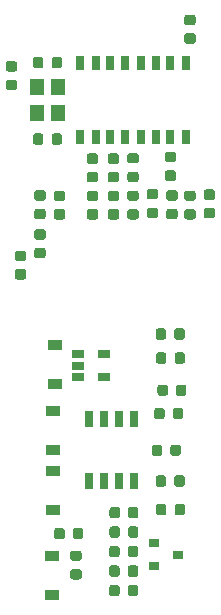
<source format=gbr>
G04 #@! TF.GenerationSoftware,KiCad,Pcbnew,(5.0.0)*
G04 #@! TF.CreationDate,2019-09-30T14:37:48-06:00*
G04 #@! TF.ProjectId,BlueMicro,426C75654D6963726F2E6B696361645F,rev?*
G04 #@! TF.SameCoordinates,Original*
G04 #@! TF.FileFunction,Paste,Bot*
G04 #@! TF.FilePolarity,Positive*
%FSLAX46Y46*%
G04 Gerber Fmt 4.6, Leading zero omitted, Abs format (unit mm)*
G04 Created by KiCad (PCBNEW (5.0.0)) date 09/30/19 14:37:48*
%MOMM*%
%LPD*%
G01*
G04 APERTURE LIST*
%ADD10C,0.100000*%
%ADD11C,0.875000*%
%ADD12R,1.200000X0.900000*%
%ADD13R,0.900000X0.800000*%
%ADD14R,0.800000X1.300000*%
%ADD15R,0.800000X1.450000*%
%ADD16R,1.060000X0.650000*%
%ADD17R,1.200000X1.400000*%
G04 APERTURE END LIST*
D10*
G04 #@! TO.C,C1*
G36*
X73810691Y-68931053D02*
X73831926Y-68934203D01*
X73852750Y-68939419D01*
X73872962Y-68946651D01*
X73892368Y-68955830D01*
X73910781Y-68966866D01*
X73928024Y-68979654D01*
X73943930Y-68994070D01*
X73958346Y-69009976D01*
X73971134Y-69027219D01*
X73982170Y-69045632D01*
X73991349Y-69065038D01*
X73998581Y-69085250D01*
X74003797Y-69106074D01*
X74006947Y-69127309D01*
X74008000Y-69148750D01*
X74008000Y-69586250D01*
X74006947Y-69607691D01*
X74003797Y-69628926D01*
X73998581Y-69649750D01*
X73991349Y-69669962D01*
X73982170Y-69689368D01*
X73971134Y-69707781D01*
X73958346Y-69725024D01*
X73943930Y-69740930D01*
X73928024Y-69755346D01*
X73910781Y-69768134D01*
X73892368Y-69779170D01*
X73872962Y-69788349D01*
X73852750Y-69795581D01*
X73831926Y-69800797D01*
X73810691Y-69803947D01*
X73789250Y-69805000D01*
X73276750Y-69805000D01*
X73255309Y-69803947D01*
X73234074Y-69800797D01*
X73213250Y-69795581D01*
X73193038Y-69788349D01*
X73173632Y-69779170D01*
X73155219Y-69768134D01*
X73137976Y-69755346D01*
X73122070Y-69740930D01*
X73107654Y-69725024D01*
X73094866Y-69707781D01*
X73083830Y-69689368D01*
X73074651Y-69669962D01*
X73067419Y-69649750D01*
X73062203Y-69628926D01*
X73059053Y-69607691D01*
X73058000Y-69586250D01*
X73058000Y-69148750D01*
X73059053Y-69127309D01*
X73062203Y-69106074D01*
X73067419Y-69085250D01*
X73074651Y-69065038D01*
X73083830Y-69045632D01*
X73094866Y-69027219D01*
X73107654Y-69009976D01*
X73122070Y-68994070D01*
X73137976Y-68979654D01*
X73155219Y-68966866D01*
X73173632Y-68955830D01*
X73193038Y-68946651D01*
X73213250Y-68939419D01*
X73234074Y-68934203D01*
X73255309Y-68931053D01*
X73276750Y-68930000D01*
X73789250Y-68930000D01*
X73810691Y-68931053D01*
X73810691Y-68931053D01*
G37*
D11*
X73533000Y-69367500D03*
D10*
G36*
X73810691Y-67356053D02*
X73831926Y-67359203D01*
X73852750Y-67364419D01*
X73872962Y-67371651D01*
X73892368Y-67380830D01*
X73910781Y-67391866D01*
X73928024Y-67404654D01*
X73943930Y-67419070D01*
X73958346Y-67434976D01*
X73971134Y-67452219D01*
X73982170Y-67470632D01*
X73991349Y-67490038D01*
X73998581Y-67510250D01*
X74003797Y-67531074D01*
X74006947Y-67552309D01*
X74008000Y-67573750D01*
X74008000Y-68011250D01*
X74006947Y-68032691D01*
X74003797Y-68053926D01*
X73998581Y-68074750D01*
X73991349Y-68094962D01*
X73982170Y-68114368D01*
X73971134Y-68132781D01*
X73958346Y-68150024D01*
X73943930Y-68165930D01*
X73928024Y-68180346D01*
X73910781Y-68193134D01*
X73892368Y-68204170D01*
X73872962Y-68213349D01*
X73852750Y-68220581D01*
X73831926Y-68225797D01*
X73810691Y-68228947D01*
X73789250Y-68230000D01*
X73276750Y-68230000D01*
X73255309Y-68228947D01*
X73234074Y-68225797D01*
X73213250Y-68220581D01*
X73193038Y-68213349D01*
X73173632Y-68204170D01*
X73155219Y-68193134D01*
X73137976Y-68180346D01*
X73122070Y-68165930D01*
X73107654Y-68150024D01*
X73094866Y-68132781D01*
X73083830Y-68114368D01*
X73074651Y-68094962D01*
X73067419Y-68074750D01*
X73062203Y-68053926D01*
X73059053Y-68032691D01*
X73058000Y-68011250D01*
X73058000Y-67573750D01*
X73059053Y-67552309D01*
X73062203Y-67531074D01*
X73067419Y-67510250D01*
X73074651Y-67490038D01*
X73083830Y-67470632D01*
X73094866Y-67452219D01*
X73107654Y-67434976D01*
X73122070Y-67419070D01*
X73137976Y-67404654D01*
X73155219Y-67391866D01*
X73173632Y-67380830D01*
X73193038Y-67371651D01*
X73213250Y-67364419D01*
X73234074Y-67359203D01*
X73255309Y-67356053D01*
X73276750Y-67355000D01*
X73789250Y-67355000D01*
X73810691Y-67356053D01*
X73810691Y-67356053D01*
G37*
D11*
X73533000Y-67792500D03*
G04 #@! TD*
D10*
G04 #@! TO.C,C2*
G36*
X72159691Y-70632553D02*
X72180926Y-70635703D01*
X72201750Y-70640919D01*
X72221962Y-70648151D01*
X72241368Y-70657330D01*
X72259781Y-70668366D01*
X72277024Y-70681154D01*
X72292930Y-70695570D01*
X72307346Y-70711476D01*
X72320134Y-70728719D01*
X72331170Y-70747132D01*
X72340349Y-70766538D01*
X72347581Y-70786750D01*
X72352797Y-70807574D01*
X72355947Y-70828809D01*
X72357000Y-70850250D01*
X72357000Y-71287750D01*
X72355947Y-71309191D01*
X72352797Y-71330426D01*
X72347581Y-71351250D01*
X72340349Y-71371462D01*
X72331170Y-71390868D01*
X72320134Y-71409281D01*
X72307346Y-71426524D01*
X72292930Y-71442430D01*
X72277024Y-71456846D01*
X72259781Y-71469634D01*
X72241368Y-71480670D01*
X72221962Y-71489849D01*
X72201750Y-71497081D01*
X72180926Y-71502297D01*
X72159691Y-71505447D01*
X72138250Y-71506500D01*
X71625750Y-71506500D01*
X71604309Y-71505447D01*
X71583074Y-71502297D01*
X71562250Y-71497081D01*
X71542038Y-71489849D01*
X71522632Y-71480670D01*
X71504219Y-71469634D01*
X71486976Y-71456846D01*
X71471070Y-71442430D01*
X71456654Y-71426524D01*
X71443866Y-71409281D01*
X71432830Y-71390868D01*
X71423651Y-71371462D01*
X71416419Y-71351250D01*
X71411203Y-71330426D01*
X71408053Y-71309191D01*
X71407000Y-71287750D01*
X71407000Y-70850250D01*
X71408053Y-70828809D01*
X71411203Y-70807574D01*
X71416419Y-70786750D01*
X71423651Y-70766538D01*
X71432830Y-70747132D01*
X71443866Y-70728719D01*
X71456654Y-70711476D01*
X71471070Y-70695570D01*
X71486976Y-70681154D01*
X71504219Y-70668366D01*
X71522632Y-70657330D01*
X71542038Y-70648151D01*
X71562250Y-70640919D01*
X71583074Y-70635703D01*
X71604309Y-70632553D01*
X71625750Y-70631500D01*
X72138250Y-70631500D01*
X72159691Y-70632553D01*
X72159691Y-70632553D01*
G37*
D11*
X71882000Y-71069000D03*
D10*
G36*
X72159691Y-72207553D02*
X72180926Y-72210703D01*
X72201750Y-72215919D01*
X72221962Y-72223151D01*
X72241368Y-72232330D01*
X72259781Y-72243366D01*
X72277024Y-72256154D01*
X72292930Y-72270570D01*
X72307346Y-72286476D01*
X72320134Y-72303719D01*
X72331170Y-72322132D01*
X72340349Y-72341538D01*
X72347581Y-72361750D01*
X72352797Y-72382574D01*
X72355947Y-72403809D01*
X72357000Y-72425250D01*
X72357000Y-72862750D01*
X72355947Y-72884191D01*
X72352797Y-72905426D01*
X72347581Y-72926250D01*
X72340349Y-72946462D01*
X72331170Y-72965868D01*
X72320134Y-72984281D01*
X72307346Y-73001524D01*
X72292930Y-73017430D01*
X72277024Y-73031846D01*
X72259781Y-73044634D01*
X72241368Y-73055670D01*
X72221962Y-73064849D01*
X72201750Y-73072081D01*
X72180926Y-73077297D01*
X72159691Y-73080447D01*
X72138250Y-73081500D01*
X71625750Y-73081500D01*
X71604309Y-73080447D01*
X71583074Y-73077297D01*
X71562250Y-73072081D01*
X71542038Y-73064849D01*
X71522632Y-73055670D01*
X71504219Y-73044634D01*
X71486976Y-73031846D01*
X71471070Y-73017430D01*
X71456654Y-73001524D01*
X71443866Y-72984281D01*
X71432830Y-72965868D01*
X71423651Y-72946462D01*
X71416419Y-72926250D01*
X71411203Y-72905426D01*
X71408053Y-72884191D01*
X71407000Y-72862750D01*
X71407000Y-72425250D01*
X71408053Y-72403809D01*
X71411203Y-72382574D01*
X71416419Y-72361750D01*
X71423651Y-72341538D01*
X71432830Y-72322132D01*
X71443866Y-72303719D01*
X71456654Y-72286476D01*
X71471070Y-72270570D01*
X71486976Y-72256154D01*
X71504219Y-72243366D01*
X71522632Y-72232330D01*
X71542038Y-72223151D01*
X71562250Y-72215919D01*
X71583074Y-72210703D01*
X71604309Y-72207553D01*
X71625750Y-72206500D01*
X72138250Y-72206500D01*
X72159691Y-72207553D01*
X72159691Y-72207553D01*
G37*
D11*
X71882000Y-72644000D03*
G04 #@! TD*
D10*
G04 #@! TO.C,C3*
G36*
X70508691Y-74011053D02*
X70529926Y-74014203D01*
X70550750Y-74019419D01*
X70570962Y-74026651D01*
X70590368Y-74035830D01*
X70608781Y-74046866D01*
X70626024Y-74059654D01*
X70641930Y-74074070D01*
X70656346Y-74089976D01*
X70669134Y-74107219D01*
X70680170Y-74125632D01*
X70689349Y-74145038D01*
X70696581Y-74165250D01*
X70701797Y-74186074D01*
X70704947Y-74207309D01*
X70706000Y-74228750D01*
X70706000Y-74666250D01*
X70704947Y-74687691D01*
X70701797Y-74708926D01*
X70696581Y-74729750D01*
X70689349Y-74749962D01*
X70680170Y-74769368D01*
X70669134Y-74787781D01*
X70656346Y-74805024D01*
X70641930Y-74820930D01*
X70626024Y-74835346D01*
X70608781Y-74848134D01*
X70590368Y-74859170D01*
X70570962Y-74868349D01*
X70550750Y-74875581D01*
X70529926Y-74880797D01*
X70508691Y-74883947D01*
X70487250Y-74885000D01*
X69974750Y-74885000D01*
X69953309Y-74883947D01*
X69932074Y-74880797D01*
X69911250Y-74875581D01*
X69891038Y-74868349D01*
X69871632Y-74859170D01*
X69853219Y-74848134D01*
X69835976Y-74835346D01*
X69820070Y-74820930D01*
X69805654Y-74805024D01*
X69792866Y-74787781D01*
X69781830Y-74769368D01*
X69772651Y-74749962D01*
X69765419Y-74729750D01*
X69760203Y-74708926D01*
X69757053Y-74687691D01*
X69756000Y-74666250D01*
X69756000Y-74228750D01*
X69757053Y-74207309D01*
X69760203Y-74186074D01*
X69765419Y-74165250D01*
X69772651Y-74145038D01*
X69781830Y-74125632D01*
X69792866Y-74107219D01*
X69805654Y-74089976D01*
X69820070Y-74074070D01*
X69835976Y-74059654D01*
X69853219Y-74046866D01*
X69871632Y-74035830D01*
X69891038Y-74026651D01*
X69911250Y-74019419D01*
X69932074Y-74014203D01*
X69953309Y-74011053D01*
X69974750Y-74010000D01*
X70487250Y-74010000D01*
X70508691Y-74011053D01*
X70508691Y-74011053D01*
G37*
D11*
X70231000Y-74447500D03*
D10*
G36*
X70508691Y-72436053D02*
X70529926Y-72439203D01*
X70550750Y-72444419D01*
X70570962Y-72451651D01*
X70590368Y-72460830D01*
X70608781Y-72471866D01*
X70626024Y-72484654D01*
X70641930Y-72499070D01*
X70656346Y-72514976D01*
X70669134Y-72532219D01*
X70680170Y-72550632D01*
X70689349Y-72570038D01*
X70696581Y-72590250D01*
X70701797Y-72611074D01*
X70704947Y-72632309D01*
X70706000Y-72653750D01*
X70706000Y-73091250D01*
X70704947Y-73112691D01*
X70701797Y-73133926D01*
X70696581Y-73154750D01*
X70689349Y-73174962D01*
X70680170Y-73194368D01*
X70669134Y-73212781D01*
X70656346Y-73230024D01*
X70641930Y-73245930D01*
X70626024Y-73260346D01*
X70608781Y-73273134D01*
X70590368Y-73284170D01*
X70570962Y-73293349D01*
X70550750Y-73300581D01*
X70529926Y-73305797D01*
X70508691Y-73308947D01*
X70487250Y-73310000D01*
X69974750Y-73310000D01*
X69953309Y-73308947D01*
X69932074Y-73305797D01*
X69911250Y-73300581D01*
X69891038Y-73293349D01*
X69871632Y-73284170D01*
X69853219Y-73273134D01*
X69835976Y-73260346D01*
X69820070Y-73245930D01*
X69805654Y-73230024D01*
X69792866Y-73212781D01*
X69781830Y-73194368D01*
X69772651Y-73174962D01*
X69765419Y-73154750D01*
X69760203Y-73133926D01*
X69757053Y-73112691D01*
X69756000Y-73091250D01*
X69756000Y-72653750D01*
X69757053Y-72632309D01*
X69760203Y-72611074D01*
X69765419Y-72590250D01*
X69772651Y-72570038D01*
X69781830Y-72550632D01*
X69792866Y-72532219D01*
X69805654Y-72514976D01*
X69820070Y-72499070D01*
X69835976Y-72484654D01*
X69853219Y-72471866D01*
X69871632Y-72460830D01*
X69891038Y-72451651D01*
X69911250Y-72444419D01*
X69932074Y-72439203D01*
X69953309Y-72436053D01*
X69974750Y-72435000D01*
X70487250Y-72435000D01*
X70508691Y-72436053D01*
X70508691Y-72436053D01*
G37*
D11*
X70231000Y-72872500D03*
G04 #@! TD*
D10*
G04 #@! TO.C,C4*
G36*
X69746691Y-56408553D02*
X69767926Y-56411703D01*
X69788750Y-56416919D01*
X69808962Y-56424151D01*
X69828368Y-56433330D01*
X69846781Y-56444366D01*
X69864024Y-56457154D01*
X69879930Y-56471570D01*
X69894346Y-56487476D01*
X69907134Y-56504719D01*
X69918170Y-56523132D01*
X69927349Y-56542538D01*
X69934581Y-56562750D01*
X69939797Y-56583574D01*
X69942947Y-56604809D01*
X69944000Y-56626250D01*
X69944000Y-57063750D01*
X69942947Y-57085191D01*
X69939797Y-57106426D01*
X69934581Y-57127250D01*
X69927349Y-57147462D01*
X69918170Y-57166868D01*
X69907134Y-57185281D01*
X69894346Y-57202524D01*
X69879930Y-57218430D01*
X69864024Y-57232846D01*
X69846781Y-57245634D01*
X69828368Y-57256670D01*
X69808962Y-57265849D01*
X69788750Y-57273081D01*
X69767926Y-57278297D01*
X69746691Y-57281447D01*
X69725250Y-57282500D01*
X69212750Y-57282500D01*
X69191309Y-57281447D01*
X69170074Y-57278297D01*
X69149250Y-57273081D01*
X69129038Y-57265849D01*
X69109632Y-57256670D01*
X69091219Y-57245634D01*
X69073976Y-57232846D01*
X69058070Y-57218430D01*
X69043654Y-57202524D01*
X69030866Y-57185281D01*
X69019830Y-57166868D01*
X69010651Y-57147462D01*
X69003419Y-57127250D01*
X68998203Y-57106426D01*
X68995053Y-57085191D01*
X68994000Y-57063750D01*
X68994000Y-56626250D01*
X68995053Y-56604809D01*
X68998203Y-56583574D01*
X69003419Y-56562750D01*
X69010651Y-56542538D01*
X69019830Y-56523132D01*
X69030866Y-56504719D01*
X69043654Y-56487476D01*
X69058070Y-56471570D01*
X69073976Y-56457154D01*
X69091219Y-56444366D01*
X69109632Y-56433330D01*
X69129038Y-56424151D01*
X69149250Y-56416919D01*
X69170074Y-56411703D01*
X69191309Y-56408553D01*
X69212750Y-56407500D01*
X69725250Y-56407500D01*
X69746691Y-56408553D01*
X69746691Y-56408553D01*
G37*
D11*
X69469000Y-56845000D03*
D10*
G36*
X69746691Y-57983553D02*
X69767926Y-57986703D01*
X69788750Y-57991919D01*
X69808962Y-57999151D01*
X69828368Y-58008330D01*
X69846781Y-58019366D01*
X69864024Y-58032154D01*
X69879930Y-58046570D01*
X69894346Y-58062476D01*
X69907134Y-58079719D01*
X69918170Y-58098132D01*
X69927349Y-58117538D01*
X69934581Y-58137750D01*
X69939797Y-58158574D01*
X69942947Y-58179809D01*
X69944000Y-58201250D01*
X69944000Y-58638750D01*
X69942947Y-58660191D01*
X69939797Y-58681426D01*
X69934581Y-58702250D01*
X69927349Y-58722462D01*
X69918170Y-58741868D01*
X69907134Y-58760281D01*
X69894346Y-58777524D01*
X69879930Y-58793430D01*
X69864024Y-58807846D01*
X69846781Y-58820634D01*
X69828368Y-58831670D01*
X69808962Y-58840849D01*
X69788750Y-58848081D01*
X69767926Y-58853297D01*
X69746691Y-58856447D01*
X69725250Y-58857500D01*
X69212750Y-58857500D01*
X69191309Y-58856447D01*
X69170074Y-58853297D01*
X69149250Y-58848081D01*
X69129038Y-58840849D01*
X69109632Y-58831670D01*
X69091219Y-58820634D01*
X69073976Y-58807846D01*
X69058070Y-58793430D01*
X69043654Y-58777524D01*
X69030866Y-58760281D01*
X69019830Y-58741868D01*
X69010651Y-58722462D01*
X69003419Y-58702250D01*
X68998203Y-58681426D01*
X68995053Y-58660191D01*
X68994000Y-58638750D01*
X68994000Y-58201250D01*
X68995053Y-58179809D01*
X68998203Y-58158574D01*
X69003419Y-58137750D01*
X69010651Y-58117538D01*
X69019830Y-58098132D01*
X69030866Y-58079719D01*
X69043654Y-58062476D01*
X69058070Y-58046570D01*
X69073976Y-58032154D01*
X69091219Y-58019366D01*
X69109632Y-58008330D01*
X69129038Y-57999151D01*
X69149250Y-57991919D01*
X69170074Y-57986703D01*
X69191309Y-57983553D01*
X69212750Y-57982500D01*
X69725250Y-57982500D01*
X69746691Y-57983553D01*
X69746691Y-57983553D01*
G37*
D11*
X69469000Y-58420000D03*
G04 #@! TD*
D10*
G04 #@! TO.C,C5*
G36*
X71969691Y-62518053D02*
X71990926Y-62521203D01*
X72011750Y-62526419D01*
X72031962Y-62533651D01*
X72051368Y-62542830D01*
X72069781Y-62553866D01*
X72087024Y-62566654D01*
X72102930Y-62581070D01*
X72117346Y-62596976D01*
X72130134Y-62614219D01*
X72141170Y-62632632D01*
X72150349Y-62652038D01*
X72157581Y-62672250D01*
X72162797Y-62693074D01*
X72165947Y-62714309D01*
X72167000Y-62735750D01*
X72167000Y-63248250D01*
X72165947Y-63269691D01*
X72162797Y-63290926D01*
X72157581Y-63311750D01*
X72150349Y-63331962D01*
X72141170Y-63351368D01*
X72130134Y-63369781D01*
X72117346Y-63387024D01*
X72102930Y-63402930D01*
X72087024Y-63417346D01*
X72069781Y-63430134D01*
X72051368Y-63441170D01*
X72031962Y-63450349D01*
X72011750Y-63457581D01*
X71990926Y-63462797D01*
X71969691Y-63465947D01*
X71948250Y-63467000D01*
X71510750Y-63467000D01*
X71489309Y-63465947D01*
X71468074Y-63462797D01*
X71447250Y-63457581D01*
X71427038Y-63450349D01*
X71407632Y-63441170D01*
X71389219Y-63430134D01*
X71371976Y-63417346D01*
X71356070Y-63402930D01*
X71341654Y-63387024D01*
X71328866Y-63369781D01*
X71317830Y-63351368D01*
X71308651Y-63331962D01*
X71301419Y-63311750D01*
X71296203Y-63290926D01*
X71293053Y-63269691D01*
X71292000Y-63248250D01*
X71292000Y-62735750D01*
X71293053Y-62714309D01*
X71296203Y-62693074D01*
X71301419Y-62672250D01*
X71308651Y-62652038D01*
X71317830Y-62632632D01*
X71328866Y-62614219D01*
X71341654Y-62596976D01*
X71356070Y-62581070D01*
X71371976Y-62566654D01*
X71389219Y-62553866D01*
X71407632Y-62542830D01*
X71427038Y-62533651D01*
X71447250Y-62526419D01*
X71468074Y-62521203D01*
X71489309Y-62518053D01*
X71510750Y-62517000D01*
X71948250Y-62517000D01*
X71969691Y-62518053D01*
X71969691Y-62518053D01*
G37*
D11*
X71729500Y-62992000D03*
D10*
G36*
X73544691Y-62518053D02*
X73565926Y-62521203D01*
X73586750Y-62526419D01*
X73606962Y-62533651D01*
X73626368Y-62542830D01*
X73644781Y-62553866D01*
X73662024Y-62566654D01*
X73677930Y-62581070D01*
X73692346Y-62596976D01*
X73705134Y-62614219D01*
X73716170Y-62632632D01*
X73725349Y-62652038D01*
X73732581Y-62672250D01*
X73737797Y-62693074D01*
X73740947Y-62714309D01*
X73742000Y-62735750D01*
X73742000Y-63248250D01*
X73740947Y-63269691D01*
X73737797Y-63290926D01*
X73732581Y-63311750D01*
X73725349Y-63331962D01*
X73716170Y-63351368D01*
X73705134Y-63369781D01*
X73692346Y-63387024D01*
X73677930Y-63402930D01*
X73662024Y-63417346D01*
X73644781Y-63430134D01*
X73626368Y-63441170D01*
X73606962Y-63450349D01*
X73586750Y-63457581D01*
X73565926Y-63462797D01*
X73544691Y-63465947D01*
X73523250Y-63467000D01*
X73085750Y-63467000D01*
X73064309Y-63465947D01*
X73043074Y-63462797D01*
X73022250Y-63457581D01*
X73002038Y-63450349D01*
X72982632Y-63441170D01*
X72964219Y-63430134D01*
X72946976Y-63417346D01*
X72931070Y-63402930D01*
X72916654Y-63387024D01*
X72903866Y-63369781D01*
X72892830Y-63351368D01*
X72883651Y-63331962D01*
X72876419Y-63311750D01*
X72871203Y-63290926D01*
X72868053Y-63269691D01*
X72867000Y-63248250D01*
X72867000Y-62735750D01*
X72868053Y-62714309D01*
X72871203Y-62693074D01*
X72876419Y-62672250D01*
X72883651Y-62652038D01*
X72892830Y-62632632D01*
X72903866Y-62614219D01*
X72916654Y-62596976D01*
X72931070Y-62581070D01*
X72946976Y-62566654D01*
X72964219Y-62553866D01*
X72982632Y-62542830D01*
X73002038Y-62533651D01*
X73022250Y-62526419D01*
X73043074Y-62521203D01*
X73064309Y-62518053D01*
X73085750Y-62517000D01*
X73523250Y-62517000D01*
X73544691Y-62518053D01*
X73544691Y-62518053D01*
G37*
D11*
X73304500Y-62992000D03*
G04 #@! TD*
D10*
G04 #@! TO.C,C6*
G36*
X75348192Y-95919053D02*
X75369427Y-95922203D01*
X75390251Y-95927419D01*
X75410463Y-95934651D01*
X75429869Y-95943830D01*
X75448282Y-95954866D01*
X75465525Y-95967654D01*
X75481431Y-95982070D01*
X75495847Y-95997976D01*
X75508635Y-96015219D01*
X75519671Y-96033632D01*
X75528850Y-96053038D01*
X75536082Y-96073250D01*
X75541298Y-96094074D01*
X75544448Y-96115309D01*
X75545501Y-96136750D01*
X75545501Y-96649250D01*
X75544448Y-96670691D01*
X75541298Y-96691926D01*
X75536082Y-96712750D01*
X75528850Y-96732962D01*
X75519671Y-96752368D01*
X75508635Y-96770781D01*
X75495847Y-96788024D01*
X75481431Y-96803930D01*
X75465525Y-96818346D01*
X75448282Y-96831134D01*
X75429869Y-96842170D01*
X75410463Y-96851349D01*
X75390251Y-96858581D01*
X75369427Y-96863797D01*
X75348192Y-96866947D01*
X75326751Y-96868000D01*
X74889251Y-96868000D01*
X74867810Y-96866947D01*
X74846575Y-96863797D01*
X74825751Y-96858581D01*
X74805539Y-96851349D01*
X74786133Y-96842170D01*
X74767720Y-96831134D01*
X74750477Y-96818346D01*
X74734571Y-96803930D01*
X74720155Y-96788024D01*
X74707367Y-96770781D01*
X74696331Y-96752368D01*
X74687152Y-96732962D01*
X74679920Y-96712750D01*
X74674704Y-96691926D01*
X74671554Y-96670691D01*
X74670501Y-96649250D01*
X74670501Y-96136750D01*
X74671554Y-96115309D01*
X74674704Y-96094074D01*
X74679920Y-96073250D01*
X74687152Y-96053038D01*
X74696331Y-96033632D01*
X74707367Y-96015219D01*
X74720155Y-95997976D01*
X74734571Y-95982070D01*
X74750477Y-95967654D01*
X74767720Y-95954866D01*
X74786133Y-95943830D01*
X74805539Y-95934651D01*
X74825751Y-95927419D01*
X74846575Y-95922203D01*
X74867810Y-95919053D01*
X74889251Y-95918000D01*
X75326751Y-95918000D01*
X75348192Y-95919053D01*
X75348192Y-95919053D01*
G37*
D11*
X75108001Y-96393000D03*
D10*
G36*
X73773192Y-95919053D02*
X73794427Y-95922203D01*
X73815251Y-95927419D01*
X73835463Y-95934651D01*
X73854869Y-95943830D01*
X73873282Y-95954866D01*
X73890525Y-95967654D01*
X73906431Y-95982070D01*
X73920847Y-95997976D01*
X73933635Y-96015219D01*
X73944671Y-96033632D01*
X73953850Y-96053038D01*
X73961082Y-96073250D01*
X73966298Y-96094074D01*
X73969448Y-96115309D01*
X73970501Y-96136750D01*
X73970501Y-96649250D01*
X73969448Y-96670691D01*
X73966298Y-96691926D01*
X73961082Y-96712750D01*
X73953850Y-96732962D01*
X73944671Y-96752368D01*
X73933635Y-96770781D01*
X73920847Y-96788024D01*
X73906431Y-96803930D01*
X73890525Y-96818346D01*
X73873282Y-96831134D01*
X73854869Y-96842170D01*
X73835463Y-96851349D01*
X73815251Y-96858581D01*
X73794427Y-96863797D01*
X73773192Y-96866947D01*
X73751751Y-96868000D01*
X73314251Y-96868000D01*
X73292810Y-96866947D01*
X73271575Y-96863797D01*
X73250751Y-96858581D01*
X73230539Y-96851349D01*
X73211133Y-96842170D01*
X73192720Y-96831134D01*
X73175477Y-96818346D01*
X73159571Y-96803930D01*
X73145155Y-96788024D01*
X73132367Y-96770781D01*
X73121331Y-96752368D01*
X73112152Y-96732962D01*
X73104920Y-96712750D01*
X73099704Y-96691926D01*
X73096554Y-96670691D01*
X73095501Y-96649250D01*
X73095501Y-96136750D01*
X73096554Y-96115309D01*
X73099704Y-96094074D01*
X73104920Y-96073250D01*
X73112152Y-96053038D01*
X73121331Y-96033632D01*
X73132367Y-96015219D01*
X73145155Y-95997976D01*
X73159571Y-95982070D01*
X73175477Y-95967654D01*
X73192720Y-95954866D01*
X73211133Y-95943830D01*
X73230539Y-95934651D01*
X73250751Y-95927419D01*
X73271575Y-95922203D01*
X73292810Y-95919053D01*
X73314251Y-95918000D01*
X73751751Y-95918000D01*
X73773192Y-95919053D01*
X73773192Y-95919053D01*
G37*
D11*
X73533001Y-96393000D03*
G04 #@! TD*
D10*
G04 #@! TO.C,C7*
G36*
X80033691Y-65756053D02*
X80054926Y-65759203D01*
X80075750Y-65764419D01*
X80095962Y-65771651D01*
X80115368Y-65780830D01*
X80133781Y-65791866D01*
X80151024Y-65804654D01*
X80166930Y-65819070D01*
X80181346Y-65834976D01*
X80194134Y-65852219D01*
X80205170Y-65870632D01*
X80214349Y-65890038D01*
X80221581Y-65910250D01*
X80226797Y-65931074D01*
X80229947Y-65952309D01*
X80231000Y-65973750D01*
X80231000Y-66411250D01*
X80229947Y-66432691D01*
X80226797Y-66453926D01*
X80221581Y-66474750D01*
X80214349Y-66494962D01*
X80205170Y-66514368D01*
X80194134Y-66532781D01*
X80181346Y-66550024D01*
X80166930Y-66565930D01*
X80151024Y-66580346D01*
X80133781Y-66593134D01*
X80115368Y-66604170D01*
X80095962Y-66613349D01*
X80075750Y-66620581D01*
X80054926Y-66625797D01*
X80033691Y-66628947D01*
X80012250Y-66630000D01*
X79499750Y-66630000D01*
X79478309Y-66628947D01*
X79457074Y-66625797D01*
X79436250Y-66620581D01*
X79416038Y-66613349D01*
X79396632Y-66604170D01*
X79378219Y-66593134D01*
X79360976Y-66580346D01*
X79345070Y-66565930D01*
X79330654Y-66550024D01*
X79317866Y-66532781D01*
X79306830Y-66514368D01*
X79297651Y-66494962D01*
X79290419Y-66474750D01*
X79285203Y-66453926D01*
X79282053Y-66432691D01*
X79281000Y-66411250D01*
X79281000Y-65973750D01*
X79282053Y-65952309D01*
X79285203Y-65931074D01*
X79290419Y-65910250D01*
X79297651Y-65890038D01*
X79306830Y-65870632D01*
X79317866Y-65852219D01*
X79330654Y-65834976D01*
X79345070Y-65819070D01*
X79360976Y-65804654D01*
X79378219Y-65791866D01*
X79396632Y-65780830D01*
X79416038Y-65771651D01*
X79436250Y-65764419D01*
X79457074Y-65759203D01*
X79478309Y-65756053D01*
X79499750Y-65755000D01*
X80012250Y-65755000D01*
X80033691Y-65756053D01*
X80033691Y-65756053D01*
G37*
D11*
X79756000Y-66192500D03*
D10*
G36*
X80033691Y-64181053D02*
X80054926Y-64184203D01*
X80075750Y-64189419D01*
X80095962Y-64196651D01*
X80115368Y-64205830D01*
X80133781Y-64216866D01*
X80151024Y-64229654D01*
X80166930Y-64244070D01*
X80181346Y-64259976D01*
X80194134Y-64277219D01*
X80205170Y-64295632D01*
X80214349Y-64315038D01*
X80221581Y-64335250D01*
X80226797Y-64356074D01*
X80229947Y-64377309D01*
X80231000Y-64398750D01*
X80231000Y-64836250D01*
X80229947Y-64857691D01*
X80226797Y-64878926D01*
X80221581Y-64899750D01*
X80214349Y-64919962D01*
X80205170Y-64939368D01*
X80194134Y-64957781D01*
X80181346Y-64975024D01*
X80166930Y-64990930D01*
X80151024Y-65005346D01*
X80133781Y-65018134D01*
X80115368Y-65029170D01*
X80095962Y-65038349D01*
X80075750Y-65045581D01*
X80054926Y-65050797D01*
X80033691Y-65053947D01*
X80012250Y-65055000D01*
X79499750Y-65055000D01*
X79478309Y-65053947D01*
X79457074Y-65050797D01*
X79436250Y-65045581D01*
X79416038Y-65038349D01*
X79396632Y-65029170D01*
X79378219Y-65018134D01*
X79360976Y-65005346D01*
X79345070Y-64990930D01*
X79330654Y-64975024D01*
X79317866Y-64957781D01*
X79306830Y-64939368D01*
X79297651Y-64919962D01*
X79290419Y-64899750D01*
X79285203Y-64878926D01*
X79282053Y-64857691D01*
X79281000Y-64836250D01*
X79281000Y-64398750D01*
X79282053Y-64377309D01*
X79285203Y-64356074D01*
X79290419Y-64335250D01*
X79297651Y-64315038D01*
X79306830Y-64295632D01*
X79317866Y-64277219D01*
X79330654Y-64259976D01*
X79345070Y-64244070D01*
X79360976Y-64229654D01*
X79378219Y-64216866D01*
X79396632Y-64205830D01*
X79416038Y-64196651D01*
X79436250Y-64189419D01*
X79457074Y-64184203D01*
X79478309Y-64181053D01*
X79499750Y-64180000D01*
X80012250Y-64180000D01*
X80033691Y-64181053D01*
X80033691Y-64181053D01*
G37*
D11*
X79756000Y-64617500D03*
G04 #@! TD*
D10*
G04 #@! TO.C,C8*
G36*
X73544691Y-56041053D02*
X73565926Y-56044203D01*
X73586750Y-56049419D01*
X73606962Y-56056651D01*
X73626368Y-56065830D01*
X73644781Y-56076866D01*
X73662024Y-56089654D01*
X73677930Y-56104070D01*
X73692346Y-56119976D01*
X73705134Y-56137219D01*
X73716170Y-56155632D01*
X73725349Y-56175038D01*
X73732581Y-56195250D01*
X73737797Y-56216074D01*
X73740947Y-56237309D01*
X73742000Y-56258750D01*
X73742000Y-56771250D01*
X73740947Y-56792691D01*
X73737797Y-56813926D01*
X73732581Y-56834750D01*
X73725349Y-56854962D01*
X73716170Y-56874368D01*
X73705134Y-56892781D01*
X73692346Y-56910024D01*
X73677930Y-56925930D01*
X73662024Y-56940346D01*
X73644781Y-56953134D01*
X73626368Y-56964170D01*
X73606962Y-56973349D01*
X73586750Y-56980581D01*
X73565926Y-56985797D01*
X73544691Y-56988947D01*
X73523250Y-56990000D01*
X73085750Y-56990000D01*
X73064309Y-56988947D01*
X73043074Y-56985797D01*
X73022250Y-56980581D01*
X73002038Y-56973349D01*
X72982632Y-56964170D01*
X72964219Y-56953134D01*
X72946976Y-56940346D01*
X72931070Y-56925930D01*
X72916654Y-56910024D01*
X72903866Y-56892781D01*
X72892830Y-56874368D01*
X72883651Y-56854962D01*
X72876419Y-56834750D01*
X72871203Y-56813926D01*
X72868053Y-56792691D01*
X72867000Y-56771250D01*
X72867000Y-56258750D01*
X72868053Y-56237309D01*
X72871203Y-56216074D01*
X72876419Y-56195250D01*
X72883651Y-56175038D01*
X72892830Y-56155632D01*
X72903866Y-56137219D01*
X72916654Y-56119976D01*
X72931070Y-56104070D01*
X72946976Y-56089654D01*
X72964219Y-56076866D01*
X72982632Y-56065830D01*
X73002038Y-56056651D01*
X73022250Y-56049419D01*
X73043074Y-56044203D01*
X73064309Y-56041053D01*
X73085750Y-56040000D01*
X73523250Y-56040000D01*
X73544691Y-56041053D01*
X73544691Y-56041053D01*
G37*
D11*
X73304500Y-56515000D03*
D10*
G36*
X71969691Y-56041053D02*
X71990926Y-56044203D01*
X72011750Y-56049419D01*
X72031962Y-56056651D01*
X72051368Y-56065830D01*
X72069781Y-56076866D01*
X72087024Y-56089654D01*
X72102930Y-56104070D01*
X72117346Y-56119976D01*
X72130134Y-56137219D01*
X72141170Y-56155632D01*
X72150349Y-56175038D01*
X72157581Y-56195250D01*
X72162797Y-56216074D01*
X72165947Y-56237309D01*
X72167000Y-56258750D01*
X72167000Y-56771250D01*
X72165947Y-56792691D01*
X72162797Y-56813926D01*
X72157581Y-56834750D01*
X72150349Y-56854962D01*
X72141170Y-56874368D01*
X72130134Y-56892781D01*
X72117346Y-56910024D01*
X72102930Y-56925930D01*
X72087024Y-56940346D01*
X72069781Y-56953134D01*
X72051368Y-56964170D01*
X72031962Y-56973349D01*
X72011750Y-56980581D01*
X71990926Y-56985797D01*
X71969691Y-56988947D01*
X71948250Y-56990000D01*
X71510750Y-56990000D01*
X71489309Y-56988947D01*
X71468074Y-56985797D01*
X71447250Y-56980581D01*
X71427038Y-56973349D01*
X71407632Y-56964170D01*
X71389219Y-56953134D01*
X71371976Y-56940346D01*
X71356070Y-56925930D01*
X71341654Y-56910024D01*
X71328866Y-56892781D01*
X71317830Y-56874368D01*
X71308651Y-56854962D01*
X71301419Y-56834750D01*
X71296203Y-56813926D01*
X71293053Y-56792691D01*
X71292000Y-56771250D01*
X71292000Y-56258750D01*
X71293053Y-56237309D01*
X71296203Y-56216074D01*
X71301419Y-56195250D01*
X71308651Y-56175038D01*
X71317830Y-56155632D01*
X71328866Y-56137219D01*
X71341654Y-56119976D01*
X71356070Y-56104070D01*
X71371976Y-56089654D01*
X71389219Y-56076866D01*
X71407632Y-56065830D01*
X71427038Y-56056651D01*
X71447250Y-56049419D01*
X71468074Y-56044203D01*
X71489309Y-56041053D01*
X71510750Y-56040000D01*
X71948250Y-56040000D01*
X71969691Y-56041053D01*
X71969691Y-56041053D01*
G37*
D11*
X71729500Y-56515000D03*
G04 #@! TD*
D10*
G04 #@! TO.C,C9*
G36*
X84859691Y-52471553D02*
X84880926Y-52474703D01*
X84901750Y-52479919D01*
X84921962Y-52487151D01*
X84941368Y-52496330D01*
X84959781Y-52507366D01*
X84977024Y-52520154D01*
X84992930Y-52534570D01*
X85007346Y-52550476D01*
X85020134Y-52567719D01*
X85031170Y-52586132D01*
X85040349Y-52605538D01*
X85047581Y-52625750D01*
X85052797Y-52646574D01*
X85055947Y-52667809D01*
X85057000Y-52689250D01*
X85057000Y-53126750D01*
X85055947Y-53148191D01*
X85052797Y-53169426D01*
X85047581Y-53190250D01*
X85040349Y-53210462D01*
X85031170Y-53229868D01*
X85020134Y-53248281D01*
X85007346Y-53265524D01*
X84992930Y-53281430D01*
X84977024Y-53295846D01*
X84959781Y-53308634D01*
X84941368Y-53319670D01*
X84921962Y-53328849D01*
X84901750Y-53336081D01*
X84880926Y-53341297D01*
X84859691Y-53344447D01*
X84838250Y-53345500D01*
X84325750Y-53345500D01*
X84304309Y-53344447D01*
X84283074Y-53341297D01*
X84262250Y-53336081D01*
X84242038Y-53328849D01*
X84222632Y-53319670D01*
X84204219Y-53308634D01*
X84186976Y-53295846D01*
X84171070Y-53281430D01*
X84156654Y-53265524D01*
X84143866Y-53248281D01*
X84132830Y-53229868D01*
X84123651Y-53210462D01*
X84116419Y-53190250D01*
X84111203Y-53169426D01*
X84108053Y-53148191D01*
X84107000Y-53126750D01*
X84107000Y-52689250D01*
X84108053Y-52667809D01*
X84111203Y-52646574D01*
X84116419Y-52625750D01*
X84123651Y-52605538D01*
X84132830Y-52586132D01*
X84143866Y-52567719D01*
X84156654Y-52550476D01*
X84171070Y-52534570D01*
X84186976Y-52520154D01*
X84204219Y-52507366D01*
X84222632Y-52496330D01*
X84242038Y-52487151D01*
X84262250Y-52479919D01*
X84283074Y-52474703D01*
X84304309Y-52471553D01*
X84325750Y-52470500D01*
X84838250Y-52470500D01*
X84859691Y-52471553D01*
X84859691Y-52471553D01*
G37*
D11*
X84582000Y-52908000D03*
D10*
G36*
X84859691Y-54046553D02*
X84880926Y-54049703D01*
X84901750Y-54054919D01*
X84921962Y-54062151D01*
X84941368Y-54071330D01*
X84959781Y-54082366D01*
X84977024Y-54095154D01*
X84992930Y-54109570D01*
X85007346Y-54125476D01*
X85020134Y-54142719D01*
X85031170Y-54161132D01*
X85040349Y-54180538D01*
X85047581Y-54200750D01*
X85052797Y-54221574D01*
X85055947Y-54242809D01*
X85057000Y-54264250D01*
X85057000Y-54701750D01*
X85055947Y-54723191D01*
X85052797Y-54744426D01*
X85047581Y-54765250D01*
X85040349Y-54785462D01*
X85031170Y-54804868D01*
X85020134Y-54823281D01*
X85007346Y-54840524D01*
X84992930Y-54856430D01*
X84977024Y-54870846D01*
X84959781Y-54883634D01*
X84941368Y-54894670D01*
X84921962Y-54903849D01*
X84901750Y-54911081D01*
X84880926Y-54916297D01*
X84859691Y-54919447D01*
X84838250Y-54920500D01*
X84325750Y-54920500D01*
X84304309Y-54919447D01*
X84283074Y-54916297D01*
X84262250Y-54911081D01*
X84242038Y-54903849D01*
X84222632Y-54894670D01*
X84204219Y-54883634D01*
X84186976Y-54870846D01*
X84171070Y-54856430D01*
X84156654Y-54840524D01*
X84143866Y-54823281D01*
X84132830Y-54804868D01*
X84123651Y-54785462D01*
X84116419Y-54765250D01*
X84111203Y-54744426D01*
X84108053Y-54723191D01*
X84107000Y-54701750D01*
X84107000Y-54264250D01*
X84108053Y-54242809D01*
X84111203Y-54221574D01*
X84116419Y-54200750D01*
X84123651Y-54180538D01*
X84132830Y-54161132D01*
X84143866Y-54142719D01*
X84156654Y-54125476D01*
X84171070Y-54109570D01*
X84186976Y-54095154D01*
X84204219Y-54082366D01*
X84222632Y-54071330D01*
X84242038Y-54062151D01*
X84262250Y-54054919D01*
X84283074Y-54049703D01*
X84304309Y-54046553D01*
X84325750Y-54045500D01*
X84838250Y-54045500D01*
X84859691Y-54046553D01*
X84859691Y-54046553D01*
G37*
D11*
X84582000Y-54483000D03*
G04 #@! TD*
D10*
G04 #@! TO.C,C10*
G36*
X86510691Y-68829554D02*
X86531926Y-68832704D01*
X86552750Y-68837920D01*
X86572962Y-68845152D01*
X86592368Y-68854331D01*
X86610781Y-68865367D01*
X86628024Y-68878155D01*
X86643930Y-68892571D01*
X86658346Y-68908477D01*
X86671134Y-68925720D01*
X86682170Y-68944133D01*
X86691349Y-68963539D01*
X86698581Y-68983751D01*
X86703797Y-69004575D01*
X86706947Y-69025810D01*
X86708000Y-69047251D01*
X86708000Y-69484751D01*
X86706947Y-69506192D01*
X86703797Y-69527427D01*
X86698581Y-69548251D01*
X86691349Y-69568463D01*
X86682170Y-69587869D01*
X86671134Y-69606282D01*
X86658346Y-69623525D01*
X86643930Y-69639431D01*
X86628024Y-69653847D01*
X86610781Y-69666635D01*
X86592368Y-69677671D01*
X86572962Y-69686850D01*
X86552750Y-69694082D01*
X86531926Y-69699298D01*
X86510691Y-69702448D01*
X86489250Y-69703501D01*
X85976750Y-69703501D01*
X85955309Y-69702448D01*
X85934074Y-69699298D01*
X85913250Y-69694082D01*
X85893038Y-69686850D01*
X85873632Y-69677671D01*
X85855219Y-69666635D01*
X85837976Y-69653847D01*
X85822070Y-69639431D01*
X85807654Y-69623525D01*
X85794866Y-69606282D01*
X85783830Y-69587869D01*
X85774651Y-69568463D01*
X85767419Y-69548251D01*
X85762203Y-69527427D01*
X85759053Y-69506192D01*
X85758000Y-69484751D01*
X85758000Y-69047251D01*
X85759053Y-69025810D01*
X85762203Y-69004575D01*
X85767419Y-68983751D01*
X85774651Y-68963539D01*
X85783830Y-68944133D01*
X85794866Y-68925720D01*
X85807654Y-68908477D01*
X85822070Y-68892571D01*
X85837976Y-68878155D01*
X85855219Y-68865367D01*
X85873632Y-68854331D01*
X85893038Y-68845152D01*
X85913250Y-68837920D01*
X85934074Y-68832704D01*
X85955309Y-68829554D01*
X85976750Y-68828501D01*
X86489250Y-68828501D01*
X86510691Y-68829554D01*
X86510691Y-68829554D01*
G37*
D11*
X86233000Y-69266001D03*
D10*
G36*
X86510691Y-67254554D02*
X86531926Y-67257704D01*
X86552750Y-67262920D01*
X86572962Y-67270152D01*
X86592368Y-67279331D01*
X86610781Y-67290367D01*
X86628024Y-67303155D01*
X86643930Y-67317571D01*
X86658346Y-67333477D01*
X86671134Y-67350720D01*
X86682170Y-67369133D01*
X86691349Y-67388539D01*
X86698581Y-67408751D01*
X86703797Y-67429575D01*
X86706947Y-67450810D01*
X86708000Y-67472251D01*
X86708000Y-67909751D01*
X86706947Y-67931192D01*
X86703797Y-67952427D01*
X86698581Y-67973251D01*
X86691349Y-67993463D01*
X86682170Y-68012869D01*
X86671134Y-68031282D01*
X86658346Y-68048525D01*
X86643930Y-68064431D01*
X86628024Y-68078847D01*
X86610781Y-68091635D01*
X86592368Y-68102671D01*
X86572962Y-68111850D01*
X86552750Y-68119082D01*
X86531926Y-68124298D01*
X86510691Y-68127448D01*
X86489250Y-68128501D01*
X85976750Y-68128501D01*
X85955309Y-68127448D01*
X85934074Y-68124298D01*
X85913250Y-68119082D01*
X85893038Y-68111850D01*
X85873632Y-68102671D01*
X85855219Y-68091635D01*
X85837976Y-68078847D01*
X85822070Y-68064431D01*
X85807654Y-68048525D01*
X85794866Y-68031282D01*
X85783830Y-68012869D01*
X85774651Y-67993463D01*
X85767419Y-67973251D01*
X85762203Y-67952427D01*
X85759053Y-67931192D01*
X85758000Y-67909751D01*
X85758000Y-67472251D01*
X85759053Y-67450810D01*
X85762203Y-67429575D01*
X85767419Y-67408751D01*
X85774651Y-67388539D01*
X85783830Y-67369133D01*
X85794866Y-67350720D01*
X85807654Y-67333477D01*
X85822070Y-67317571D01*
X85837976Y-67303155D01*
X85855219Y-67290367D01*
X85873632Y-67279331D01*
X85893038Y-67270152D01*
X85913250Y-67262920D01*
X85934074Y-67257704D01*
X85955309Y-67254554D01*
X85976750Y-67253501D01*
X86489250Y-67253501D01*
X86510691Y-67254554D01*
X86510691Y-67254554D01*
G37*
D11*
X86233000Y-67691001D03*
G04 #@! TD*
D10*
G04 #@! TO.C,C11*
G36*
X83933191Y-79028053D02*
X83954426Y-79031203D01*
X83975250Y-79036419D01*
X83995462Y-79043651D01*
X84014868Y-79052830D01*
X84033281Y-79063866D01*
X84050524Y-79076654D01*
X84066430Y-79091070D01*
X84080846Y-79106976D01*
X84093634Y-79124219D01*
X84104670Y-79142632D01*
X84113849Y-79162038D01*
X84121081Y-79182250D01*
X84126297Y-79203074D01*
X84129447Y-79224309D01*
X84130500Y-79245750D01*
X84130500Y-79758250D01*
X84129447Y-79779691D01*
X84126297Y-79800926D01*
X84121081Y-79821750D01*
X84113849Y-79841962D01*
X84104670Y-79861368D01*
X84093634Y-79879781D01*
X84080846Y-79897024D01*
X84066430Y-79912930D01*
X84050524Y-79927346D01*
X84033281Y-79940134D01*
X84014868Y-79951170D01*
X83995462Y-79960349D01*
X83975250Y-79967581D01*
X83954426Y-79972797D01*
X83933191Y-79975947D01*
X83911750Y-79977000D01*
X83474250Y-79977000D01*
X83452809Y-79975947D01*
X83431574Y-79972797D01*
X83410750Y-79967581D01*
X83390538Y-79960349D01*
X83371132Y-79951170D01*
X83352719Y-79940134D01*
X83335476Y-79927346D01*
X83319570Y-79912930D01*
X83305154Y-79897024D01*
X83292366Y-79879781D01*
X83281330Y-79861368D01*
X83272151Y-79841962D01*
X83264919Y-79821750D01*
X83259703Y-79800926D01*
X83256553Y-79779691D01*
X83255500Y-79758250D01*
X83255500Y-79245750D01*
X83256553Y-79224309D01*
X83259703Y-79203074D01*
X83264919Y-79182250D01*
X83272151Y-79162038D01*
X83281330Y-79142632D01*
X83292366Y-79124219D01*
X83305154Y-79106976D01*
X83319570Y-79091070D01*
X83335476Y-79076654D01*
X83352719Y-79063866D01*
X83371132Y-79052830D01*
X83390538Y-79043651D01*
X83410750Y-79036419D01*
X83431574Y-79031203D01*
X83452809Y-79028053D01*
X83474250Y-79027000D01*
X83911750Y-79027000D01*
X83933191Y-79028053D01*
X83933191Y-79028053D01*
G37*
D11*
X83693000Y-79502000D03*
D10*
G36*
X82358191Y-79028053D02*
X82379426Y-79031203D01*
X82400250Y-79036419D01*
X82420462Y-79043651D01*
X82439868Y-79052830D01*
X82458281Y-79063866D01*
X82475524Y-79076654D01*
X82491430Y-79091070D01*
X82505846Y-79106976D01*
X82518634Y-79124219D01*
X82529670Y-79142632D01*
X82538849Y-79162038D01*
X82546081Y-79182250D01*
X82551297Y-79203074D01*
X82554447Y-79224309D01*
X82555500Y-79245750D01*
X82555500Y-79758250D01*
X82554447Y-79779691D01*
X82551297Y-79800926D01*
X82546081Y-79821750D01*
X82538849Y-79841962D01*
X82529670Y-79861368D01*
X82518634Y-79879781D01*
X82505846Y-79897024D01*
X82491430Y-79912930D01*
X82475524Y-79927346D01*
X82458281Y-79940134D01*
X82439868Y-79951170D01*
X82420462Y-79960349D01*
X82400250Y-79967581D01*
X82379426Y-79972797D01*
X82358191Y-79975947D01*
X82336750Y-79977000D01*
X81899250Y-79977000D01*
X81877809Y-79975947D01*
X81856574Y-79972797D01*
X81835750Y-79967581D01*
X81815538Y-79960349D01*
X81796132Y-79951170D01*
X81777719Y-79940134D01*
X81760476Y-79927346D01*
X81744570Y-79912930D01*
X81730154Y-79897024D01*
X81717366Y-79879781D01*
X81706330Y-79861368D01*
X81697151Y-79841962D01*
X81689919Y-79821750D01*
X81684703Y-79800926D01*
X81681553Y-79779691D01*
X81680500Y-79758250D01*
X81680500Y-79245750D01*
X81681553Y-79224309D01*
X81684703Y-79203074D01*
X81689919Y-79182250D01*
X81697151Y-79162038D01*
X81706330Y-79142632D01*
X81717366Y-79124219D01*
X81730154Y-79106976D01*
X81744570Y-79091070D01*
X81760476Y-79076654D01*
X81777719Y-79063866D01*
X81796132Y-79052830D01*
X81815538Y-79043651D01*
X81835750Y-79036419D01*
X81856574Y-79031203D01*
X81877809Y-79028053D01*
X81899250Y-79027000D01*
X82336750Y-79027000D01*
X82358191Y-79028053D01*
X82358191Y-79028053D01*
G37*
D11*
X82118000Y-79502000D03*
G04 #@! TD*
D10*
G04 #@! TO.C,C12*
G36*
X83958691Y-93887053D02*
X83979926Y-93890203D01*
X84000750Y-93895419D01*
X84020962Y-93902651D01*
X84040368Y-93911830D01*
X84058781Y-93922866D01*
X84076024Y-93935654D01*
X84091930Y-93950070D01*
X84106346Y-93965976D01*
X84119134Y-93983219D01*
X84130170Y-94001632D01*
X84139349Y-94021038D01*
X84146581Y-94041250D01*
X84151797Y-94062074D01*
X84154947Y-94083309D01*
X84156000Y-94104750D01*
X84156000Y-94617250D01*
X84154947Y-94638691D01*
X84151797Y-94659926D01*
X84146581Y-94680750D01*
X84139349Y-94700962D01*
X84130170Y-94720368D01*
X84119134Y-94738781D01*
X84106346Y-94756024D01*
X84091930Y-94771930D01*
X84076024Y-94786346D01*
X84058781Y-94799134D01*
X84040368Y-94810170D01*
X84020962Y-94819349D01*
X84000750Y-94826581D01*
X83979926Y-94831797D01*
X83958691Y-94834947D01*
X83937250Y-94836000D01*
X83499750Y-94836000D01*
X83478309Y-94834947D01*
X83457074Y-94831797D01*
X83436250Y-94826581D01*
X83416038Y-94819349D01*
X83396632Y-94810170D01*
X83378219Y-94799134D01*
X83360976Y-94786346D01*
X83345070Y-94771930D01*
X83330654Y-94756024D01*
X83317866Y-94738781D01*
X83306830Y-94720368D01*
X83297651Y-94700962D01*
X83290419Y-94680750D01*
X83285203Y-94659926D01*
X83282053Y-94638691D01*
X83281000Y-94617250D01*
X83281000Y-94104750D01*
X83282053Y-94083309D01*
X83285203Y-94062074D01*
X83290419Y-94041250D01*
X83297651Y-94021038D01*
X83306830Y-94001632D01*
X83317866Y-93983219D01*
X83330654Y-93965976D01*
X83345070Y-93950070D01*
X83360976Y-93935654D01*
X83378219Y-93922866D01*
X83396632Y-93911830D01*
X83416038Y-93902651D01*
X83436250Y-93895419D01*
X83457074Y-93890203D01*
X83478309Y-93887053D01*
X83499750Y-93886000D01*
X83937250Y-93886000D01*
X83958691Y-93887053D01*
X83958691Y-93887053D01*
G37*
D11*
X83718500Y-94361000D03*
D10*
G36*
X82383691Y-93887053D02*
X82404926Y-93890203D01*
X82425750Y-93895419D01*
X82445962Y-93902651D01*
X82465368Y-93911830D01*
X82483781Y-93922866D01*
X82501024Y-93935654D01*
X82516930Y-93950070D01*
X82531346Y-93965976D01*
X82544134Y-93983219D01*
X82555170Y-94001632D01*
X82564349Y-94021038D01*
X82571581Y-94041250D01*
X82576797Y-94062074D01*
X82579947Y-94083309D01*
X82581000Y-94104750D01*
X82581000Y-94617250D01*
X82579947Y-94638691D01*
X82576797Y-94659926D01*
X82571581Y-94680750D01*
X82564349Y-94700962D01*
X82555170Y-94720368D01*
X82544134Y-94738781D01*
X82531346Y-94756024D01*
X82516930Y-94771930D01*
X82501024Y-94786346D01*
X82483781Y-94799134D01*
X82465368Y-94810170D01*
X82445962Y-94819349D01*
X82425750Y-94826581D01*
X82404926Y-94831797D01*
X82383691Y-94834947D01*
X82362250Y-94836000D01*
X81924750Y-94836000D01*
X81903309Y-94834947D01*
X81882074Y-94831797D01*
X81861250Y-94826581D01*
X81841038Y-94819349D01*
X81821632Y-94810170D01*
X81803219Y-94799134D01*
X81785976Y-94786346D01*
X81770070Y-94771930D01*
X81755654Y-94756024D01*
X81742866Y-94738781D01*
X81731830Y-94720368D01*
X81722651Y-94700962D01*
X81715419Y-94680750D01*
X81710203Y-94659926D01*
X81707053Y-94638691D01*
X81706000Y-94617250D01*
X81706000Y-94104750D01*
X81707053Y-94083309D01*
X81710203Y-94062074D01*
X81715419Y-94041250D01*
X81722651Y-94021038D01*
X81731830Y-94001632D01*
X81742866Y-93983219D01*
X81755654Y-93965976D01*
X81770070Y-93950070D01*
X81785976Y-93935654D01*
X81803219Y-93922866D01*
X81821632Y-93911830D01*
X81841038Y-93902651D01*
X81861250Y-93895419D01*
X81882074Y-93890203D01*
X81903309Y-93887053D01*
X81924750Y-93886000D01*
X82362250Y-93886000D01*
X82383691Y-93887053D01*
X82383691Y-93887053D01*
G37*
D11*
X82143500Y-94361000D03*
G04 #@! TD*
D10*
G04 #@! TO.C,C13*
G36*
X78446691Y-94141053D02*
X78467926Y-94144203D01*
X78488750Y-94149419D01*
X78508962Y-94156651D01*
X78528368Y-94165830D01*
X78546781Y-94176866D01*
X78564024Y-94189654D01*
X78579930Y-94204070D01*
X78594346Y-94219976D01*
X78607134Y-94237219D01*
X78618170Y-94255632D01*
X78627349Y-94275038D01*
X78634581Y-94295250D01*
X78639797Y-94316074D01*
X78642947Y-94337309D01*
X78644000Y-94358750D01*
X78644000Y-94871250D01*
X78642947Y-94892691D01*
X78639797Y-94913926D01*
X78634581Y-94934750D01*
X78627349Y-94954962D01*
X78618170Y-94974368D01*
X78607134Y-94992781D01*
X78594346Y-95010024D01*
X78579930Y-95025930D01*
X78564024Y-95040346D01*
X78546781Y-95053134D01*
X78528368Y-95064170D01*
X78508962Y-95073349D01*
X78488750Y-95080581D01*
X78467926Y-95085797D01*
X78446691Y-95088947D01*
X78425250Y-95090000D01*
X77987750Y-95090000D01*
X77966309Y-95088947D01*
X77945074Y-95085797D01*
X77924250Y-95080581D01*
X77904038Y-95073349D01*
X77884632Y-95064170D01*
X77866219Y-95053134D01*
X77848976Y-95040346D01*
X77833070Y-95025930D01*
X77818654Y-95010024D01*
X77805866Y-94992781D01*
X77794830Y-94974368D01*
X77785651Y-94954962D01*
X77778419Y-94934750D01*
X77773203Y-94913926D01*
X77770053Y-94892691D01*
X77769000Y-94871250D01*
X77769000Y-94358750D01*
X77770053Y-94337309D01*
X77773203Y-94316074D01*
X77778419Y-94295250D01*
X77785651Y-94275038D01*
X77794830Y-94255632D01*
X77805866Y-94237219D01*
X77818654Y-94219976D01*
X77833070Y-94204070D01*
X77848976Y-94189654D01*
X77866219Y-94176866D01*
X77884632Y-94165830D01*
X77904038Y-94156651D01*
X77924250Y-94149419D01*
X77945074Y-94144203D01*
X77966309Y-94141053D01*
X77987750Y-94140000D01*
X78425250Y-94140000D01*
X78446691Y-94141053D01*
X78446691Y-94141053D01*
G37*
D11*
X78206500Y-94615000D03*
D10*
G36*
X80021691Y-94141053D02*
X80042926Y-94144203D01*
X80063750Y-94149419D01*
X80083962Y-94156651D01*
X80103368Y-94165830D01*
X80121781Y-94176866D01*
X80139024Y-94189654D01*
X80154930Y-94204070D01*
X80169346Y-94219976D01*
X80182134Y-94237219D01*
X80193170Y-94255632D01*
X80202349Y-94275038D01*
X80209581Y-94295250D01*
X80214797Y-94316074D01*
X80217947Y-94337309D01*
X80219000Y-94358750D01*
X80219000Y-94871250D01*
X80217947Y-94892691D01*
X80214797Y-94913926D01*
X80209581Y-94934750D01*
X80202349Y-94954962D01*
X80193170Y-94974368D01*
X80182134Y-94992781D01*
X80169346Y-95010024D01*
X80154930Y-95025930D01*
X80139024Y-95040346D01*
X80121781Y-95053134D01*
X80103368Y-95064170D01*
X80083962Y-95073349D01*
X80063750Y-95080581D01*
X80042926Y-95085797D01*
X80021691Y-95088947D01*
X80000250Y-95090000D01*
X79562750Y-95090000D01*
X79541309Y-95088947D01*
X79520074Y-95085797D01*
X79499250Y-95080581D01*
X79479038Y-95073349D01*
X79459632Y-95064170D01*
X79441219Y-95053134D01*
X79423976Y-95040346D01*
X79408070Y-95025930D01*
X79393654Y-95010024D01*
X79380866Y-94992781D01*
X79369830Y-94974368D01*
X79360651Y-94954962D01*
X79353419Y-94934750D01*
X79348203Y-94913926D01*
X79345053Y-94892691D01*
X79344000Y-94871250D01*
X79344000Y-94358750D01*
X79345053Y-94337309D01*
X79348203Y-94316074D01*
X79353419Y-94295250D01*
X79360651Y-94275038D01*
X79369830Y-94255632D01*
X79380866Y-94237219D01*
X79393654Y-94219976D01*
X79408070Y-94204070D01*
X79423976Y-94189654D01*
X79441219Y-94176866D01*
X79459632Y-94165830D01*
X79479038Y-94156651D01*
X79499250Y-94149419D01*
X79520074Y-94144203D01*
X79541309Y-94141053D01*
X79562750Y-94140000D01*
X80000250Y-94140000D01*
X80021691Y-94141053D01*
X80021691Y-94141053D01*
G37*
D11*
X79781500Y-94615000D03*
G04 #@! TD*
D10*
G04 #@! TO.C,C14*
G36*
X79996191Y-97443053D02*
X80017426Y-97446203D01*
X80038250Y-97451419D01*
X80058462Y-97458651D01*
X80077868Y-97467830D01*
X80096281Y-97478866D01*
X80113524Y-97491654D01*
X80129430Y-97506070D01*
X80143846Y-97521976D01*
X80156634Y-97539219D01*
X80167670Y-97557632D01*
X80176849Y-97577038D01*
X80184081Y-97597250D01*
X80189297Y-97618074D01*
X80192447Y-97639309D01*
X80193500Y-97660750D01*
X80193500Y-98173250D01*
X80192447Y-98194691D01*
X80189297Y-98215926D01*
X80184081Y-98236750D01*
X80176849Y-98256962D01*
X80167670Y-98276368D01*
X80156634Y-98294781D01*
X80143846Y-98312024D01*
X80129430Y-98327930D01*
X80113524Y-98342346D01*
X80096281Y-98355134D01*
X80077868Y-98366170D01*
X80058462Y-98375349D01*
X80038250Y-98382581D01*
X80017426Y-98387797D01*
X79996191Y-98390947D01*
X79974750Y-98392000D01*
X79537250Y-98392000D01*
X79515809Y-98390947D01*
X79494574Y-98387797D01*
X79473750Y-98382581D01*
X79453538Y-98375349D01*
X79434132Y-98366170D01*
X79415719Y-98355134D01*
X79398476Y-98342346D01*
X79382570Y-98327930D01*
X79368154Y-98312024D01*
X79355366Y-98294781D01*
X79344330Y-98276368D01*
X79335151Y-98256962D01*
X79327919Y-98236750D01*
X79322703Y-98215926D01*
X79319553Y-98194691D01*
X79318500Y-98173250D01*
X79318500Y-97660750D01*
X79319553Y-97639309D01*
X79322703Y-97618074D01*
X79327919Y-97597250D01*
X79335151Y-97577038D01*
X79344330Y-97557632D01*
X79355366Y-97539219D01*
X79368154Y-97521976D01*
X79382570Y-97506070D01*
X79398476Y-97491654D01*
X79415719Y-97478866D01*
X79434132Y-97467830D01*
X79453538Y-97458651D01*
X79473750Y-97451419D01*
X79494574Y-97446203D01*
X79515809Y-97443053D01*
X79537250Y-97442000D01*
X79974750Y-97442000D01*
X79996191Y-97443053D01*
X79996191Y-97443053D01*
G37*
D11*
X79756000Y-97917000D03*
D10*
G36*
X78421191Y-97443053D02*
X78442426Y-97446203D01*
X78463250Y-97451419D01*
X78483462Y-97458651D01*
X78502868Y-97467830D01*
X78521281Y-97478866D01*
X78538524Y-97491654D01*
X78554430Y-97506070D01*
X78568846Y-97521976D01*
X78581634Y-97539219D01*
X78592670Y-97557632D01*
X78601849Y-97577038D01*
X78609081Y-97597250D01*
X78614297Y-97618074D01*
X78617447Y-97639309D01*
X78618500Y-97660750D01*
X78618500Y-98173250D01*
X78617447Y-98194691D01*
X78614297Y-98215926D01*
X78609081Y-98236750D01*
X78601849Y-98256962D01*
X78592670Y-98276368D01*
X78581634Y-98294781D01*
X78568846Y-98312024D01*
X78554430Y-98327930D01*
X78538524Y-98342346D01*
X78521281Y-98355134D01*
X78502868Y-98366170D01*
X78483462Y-98375349D01*
X78463250Y-98382581D01*
X78442426Y-98387797D01*
X78421191Y-98390947D01*
X78399750Y-98392000D01*
X77962250Y-98392000D01*
X77940809Y-98390947D01*
X77919574Y-98387797D01*
X77898750Y-98382581D01*
X77878538Y-98375349D01*
X77859132Y-98366170D01*
X77840719Y-98355134D01*
X77823476Y-98342346D01*
X77807570Y-98327930D01*
X77793154Y-98312024D01*
X77780366Y-98294781D01*
X77769330Y-98276368D01*
X77760151Y-98256962D01*
X77752919Y-98236750D01*
X77747703Y-98215926D01*
X77744553Y-98194691D01*
X77743500Y-98173250D01*
X77743500Y-97660750D01*
X77744553Y-97639309D01*
X77747703Y-97618074D01*
X77752919Y-97597250D01*
X77760151Y-97577038D01*
X77769330Y-97557632D01*
X77780366Y-97539219D01*
X77793154Y-97521976D01*
X77807570Y-97506070D01*
X77823476Y-97491654D01*
X77840719Y-97478866D01*
X77859132Y-97467830D01*
X77878538Y-97458651D01*
X77898750Y-97451419D01*
X77919574Y-97446203D01*
X77940809Y-97443053D01*
X77962250Y-97442000D01*
X78399750Y-97442000D01*
X78421191Y-97443053D01*
X78421191Y-97443053D01*
G37*
D11*
X78181000Y-97917000D03*
G04 #@! TD*
D10*
G04 #@! TO.C,D1*
G36*
X78382691Y-64206554D02*
X78403926Y-64209704D01*
X78424750Y-64214920D01*
X78444962Y-64222152D01*
X78464368Y-64231331D01*
X78482781Y-64242367D01*
X78500024Y-64255155D01*
X78515930Y-64269571D01*
X78530346Y-64285477D01*
X78543134Y-64302720D01*
X78554170Y-64321133D01*
X78563349Y-64340539D01*
X78570581Y-64360751D01*
X78575797Y-64381575D01*
X78578947Y-64402810D01*
X78580000Y-64424251D01*
X78580000Y-64861751D01*
X78578947Y-64883192D01*
X78575797Y-64904427D01*
X78570581Y-64925251D01*
X78563349Y-64945463D01*
X78554170Y-64964869D01*
X78543134Y-64983282D01*
X78530346Y-65000525D01*
X78515930Y-65016431D01*
X78500024Y-65030847D01*
X78482781Y-65043635D01*
X78464368Y-65054671D01*
X78444962Y-65063850D01*
X78424750Y-65071082D01*
X78403926Y-65076298D01*
X78382691Y-65079448D01*
X78361250Y-65080501D01*
X77848750Y-65080501D01*
X77827309Y-65079448D01*
X77806074Y-65076298D01*
X77785250Y-65071082D01*
X77765038Y-65063850D01*
X77745632Y-65054671D01*
X77727219Y-65043635D01*
X77709976Y-65030847D01*
X77694070Y-65016431D01*
X77679654Y-65000525D01*
X77666866Y-64983282D01*
X77655830Y-64964869D01*
X77646651Y-64945463D01*
X77639419Y-64925251D01*
X77634203Y-64904427D01*
X77631053Y-64883192D01*
X77630000Y-64861751D01*
X77630000Y-64424251D01*
X77631053Y-64402810D01*
X77634203Y-64381575D01*
X77639419Y-64360751D01*
X77646651Y-64340539D01*
X77655830Y-64321133D01*
X77666866Y-64302720D01*
X77679654Y-64285477D01*
X77694070Y-64269571D01*
X77709976Y-64255155D01*
X77727219Y-64242367D01*
X77745632Y-64231331D01*
X77765038Y-64222152D01*
X77785250Y-64214920D01*
X77806074Y-64209704D01*
X77827309Y-64206554D01*
X77848750Y-64205501D01*
X78361250Y-64205501D01*
X78382691Y-64206554D01*
X78382691Y-64206554D01*
G37*
D11*
X78105000Y-64643001D03*
D10*
G36*
X78382691Y-65781554D02*
X78403926Y-65784704D01*
X78424750Y-65789920D01*
X78444962Y-65797152D01*
X78464368Y-65806331D01*
X78482781Y-65817367D01*
X78500024Y-65830155D01*
X78515930Y-65844571D01*
X78530346Y-65860477D01*
X78543134Y-65877720D01*
X78554170Y-65896133D01*
X78563349Y-65915539D01*
X78570581Y-65935751D01*
X78575797Y-65956575D01*
X78578947Y-65977810D01*
X78580000Y-65999251D01*
X78580000Y-66436751D01*
X78578947Y-66458192D01*
X78575797Y-66479427D01*
X78570581Y-66500251D01*
X78563349Y-66520463D01*
X78554170Y-66539869D01*
X78543134Y-66558282D01*
X78530346Y-66575525D01*
X78515930Y-66591431D01*
X78500024Y-66605847D01*
X78482781Y-66618635D01*
X78464368Y-66629671D01*
X78444962Y-66638850D01*
X78424750Y-66646082D01*
X78403926Y-66651298D01*
X78382691Y-66654448D01*
X78361250Y-66655501D01*
X77848750Y-66655501D01*
X77827309Y-66654448D01*
X77806074Y-66651298D01*
X77785250Y-66646082D01*
X77765038Y-66638850D01*
X77745632Y-66629671D01*
X77727219Y-66618635D01*
X77709976Y-66605847D01*
X77694070Y-66591431D01*
X77679654Y-66575525D01*
X77666866Y-66558282D01*
X77655830Y-66539869D01*
X77646651Y-66520463D01*
X77639419Y-66500251D01*
X77634203Y-66479427D01*
X77631053Y-66458192D01*
X77630000Y-66436751D01*
X77630000Y-65999251D01*
X77631053Y-65977810D01*
X77634203Y-65956575D01*
X77639419Y-65935751D01*
X77646651Y-65915539D01*
X77655830Y-65896133D01*
X77666866Y-65877720D01*
X77679654Y-65860477D01*
X77694070Y-65844571D01*
X77709976Y-65830155D01*
X77727219Y-65817367D01*
X77745632Y-65806331D01*
X77765038Y-65797152D01*
X77785250Y-65789920D01*
X77806074Y-65784704D01*
X77827309Y-65781554D01*
X77848750Y-65780501D01*
X78361250Y-65780501D01*
X78382691Y-65781554D01*
X78382691Y-65781554D01*
G37*
D11*
X78105000Y-66218001D03*
G04 #@! TD*
D10*
G04 #@! TO.C,D2*
G36*
X76604691Y-65781554D02*
X76625926Y-65784704D01*
X76646750Y-65789920D01*
X76666962Y-65797152D01*
X76686368Y-65806331D01*
X76704781Y-65817367D01*
X76722024Y-65830155D01*
X76737930Y-65844571D01*
X76752346Y-65860477D01*
X76765134Y-65877720D01*
X76776170Y-65896133D01*
X76785349Y-65915539D01*
X76792581Y-65935751D01*
X76797797Y-65956575D01*
X76800947Y-65977810D01*
X76802000Y-65999251D01*
X76802000Y-66436751D01*
X76800947Y-66458192D01*
X76797797Y-66479427D01*
X76792581Y-66500251D01*
X76785349Y-66520463D01*
X76776170Y-66539869D01*
X76765134Y-66558282D01*
X76752346Y-66575525D01*
X76737930Y-66591431D01*
X76722024Y-66605847D01*
X76704781Y-66618635D01*
X76686368Y-66629671D01*
X76666962Y-66638850D01*
X76646750Y-66646082D01*
X76625926Y-66651298D01*
X76604691Y-66654448D01*
X76583250Y-66655501D01*
X76070750Y-66655501D01*
X76049309Y-66654448D01*
X76028074Y-66651298D01*
X76007250Y-66646082D01*
X75987038Y-66638850D01*
X75967632Y-66629671D01*
X75949219Y-66618635D01*
X75931976Y-66605847D01*
X75916070Y-66591431D01*
X75901654Y-66575525D01*
X75888866Y-66558282D01*
X75877830Y-66539869D01*
X75868651Y-66520463D01*
X75861419Y-66500251D01*
X75856203Y-66479427D01*
X75853053Y-66458192D01*
X75852000Y-66436751D01*
X75852000Y-65999251D01*
X75853053Y-65977810D01*
X75856203Y-65956575D01*
X75861419Y-65935751D01*
X75868651Y-65915539D01*
X75877830Y-65896133D01*
X75888866Y-65877720D01*
X75901654Y-65860477D01*
X75916070Y-65844571D01*
X75931976Y-65830155D01*
X75949219Y-65817367D01*
X75967632Y-65806331D01*
X75987038Y-65797152D01*
X76007250Y-65789920D01*
X76028074Y-65784704D01*
X76049309Y-65781554D01*
X76070750Y-65780501D01*
X76583250Y-65780501D01*
X76604691Y-65781554D01*
X76604691Y-65781554D01*
G37*
D11*
X76327000Y-66218001D03*
D10*
G36*
X76604691Y-64206554D02*
X76625926Y-64209704D01*
X76646750Y-64214920D01*
X76666962Y-64222152D01*
X76686368Y-64231331D01*
X76704781Y-64242367D01*
X76722024Y-64255155D01*
X76737930Y-64269571D01*
X76752346Y-64285477D01*
X76765134Y-64302720D01*
X76776170Y-64321133D01*
X76785349Y-64340539D01*
X76792581Y-64360751D01*
X76797797Y-64381575D01*
X76800947Y-64402810D01*
X76802000Y-64424251D01*
X76802000Y-64861751D01*
X76800947Y-64883192D01*
X76797797Y-64904427D01*
X76792581Y-64925251D01*
X76785349Y-64945463D01*
X76776170Y-64964869D01*
X76765134Y-64983282D01*
X76752346Y-65000525D01*
X76737930Y-65016431D01*
X76722024Y-65030847D01*
X76704781Y-65043635D01*
X76686368Y-65054671D01*
X76666962Y-65063850D01*
X76646750Y-65071082D01*
X76625926Y-65076298D01*
X76604691Y-65079448D01*
X76583250Y-65080501D01*
X76070750Y-65080501D01*
X76049309Y-65079448D01*
X76028074Y-65076298D01*
X76007250Y-65071082D01*
X75987038Y-65063850D01*
X75967632Y-65054671D01*
X75949219Y-65043635D01*
X75931976Y-65030847D01*
X75916070Y-65016431D01*
X75901654Y-65000525D01*
X75888866Y-64983282D01*
X75877830Y-64964869D01*
X75868651Y-64945463D01*
X75861419Y-64925251D01*
X75856203Y-64904427D01*
X75853053Y-64883192D01*
X75852000Y-64861751D01*
X75852000Y-64424251D01*
X75853053Y-64402810D01*
X75856203Y-64381575D01*
X75861419Y-64360751D01*
X75868651Y-64340539D01*
X75877830Y-64321133D01*
X75888866Y-64302720D01*
X75901654Y-64285477D01*
X75916070Y-64269571D01*
X75931976Y-64255155D01*
X75949219Y-64242367D01*
X75967632Y-64231331D01*
X75987038Y-64222152D01*
X76007250Y-64214920D01*
X76028074Y-64209704D01*
X76049309Y-64206554D01*
X76070750Y-64205501D01*
X76583250Y-64205501D01*
X76604691Y-64206554D01*
X76604691Y-64206554D01*
G37*
D11*
X76327000Y-64643001D03*
G04 #@! TD*
D12*
G04 #@! TO.C,D3*
X73025000Y-91060000D03*
X73025000Y-94360000D03*
G04 #@! TD*
G04 #@! TO.C,D4*
X73025000Y-85980000D03*
X73025000Y-89280000D03*
G04 #@! TD*
D10*
G04 #@! TO.C,D5*
G36*
X81684691Y-68804053D02*
X81705926Y-68807203D01*
X81726750Y-68812419D01*
X81746962Y-68819651D01*
X81766368Y-68828830D01*
X81784781Y-68839866D01*
X81802024Y-68852654D01*
X81817930Y-68867070D01*
X81832346Y-68882976D01*
X81845134Y-68900219D01*
X81856170Y-68918632D01*
X81865349Y-68938038D01*
X81872581Y-68958250D01*
X81877797Y-68979074D01*
X81880947Y-69000309D01*
X81882000Y-69021750D01*
X81882000Y-69459250D01*
X81880947Y-69480691D01*
X81877797Y-69501926D01*
X81872581Y-69522750D01*
X81865349Y-69542962D01*
X81856170Y-69562368D01*
X81845134Y-69580781D01*
X81832346Y-69598024D01*
X81817930Y-69613930D01*
X81802024Y-69628346D01*
X81784781Y-69641134D01*
X81766368Y-69652170D01*
X81746962Y-69661349D01*
X81726750Y-69668581D01*
X81705926Y-69673797D01*
X81684691Y-69676947D01*
X81663250Y-69678000D01*
X81150750Y-69678000D01*
X81129309Y-69676947D01*
X81108074Y-69673797D01*
X81087250Y-69668581D01*
X81067038Y-69661349D01*
X81047632Y-69652170D01*
X81029219Y-69641134D01*
X81011976Y-69628346D01*
X80996070Y-69613930D01*
X80981654Y-69598024D01*
X80968866Y-69580781D01*
X80957830Y-69562368D01*
X80948651Y-69542962D01*
X80941419Y-69522750D01*
X80936203Y-69501926D01*
X80933053Y-69480691D01*
X80932000Y-69459250D01*
X80932000Y-69021750D01*
X80933053Y-69000309D01*
X80936203Y-68979074D01*
X80941419Y-68958250D01*
X80948651Y-68938038D01*
X80957830Y-68918632D01*
X80968866Y-68900219D01*
X80981654Y-68882976D01*
X80996070Y-68867070D01*
X81011976Y-68852654D01*
X81029219Y-68839866D01*
X81047632Y-68828830D01*
X81067038Y-68819651D01*
X81087250Y-68812419D01*
X81108074Y-68807203D01*
X81129309Y-68804053D01*
X81150750Y-68803000D01*
X81663250Y-68803000D01*
X81684691Y-68804053D01*
X81684691Y-68804053D01*
G37*
D11*
X81407000Y-69240500D03*
D10*
G36*
X81684691Y-67229053D02*
X81705926Y-67232203D01*
X81726750Y-67237419D01*
X81746962Y-67244651D01*
X81766368Y-67253830D01*
X81784781Y-67264866D01*
X81802024Y-67277654D01*
X81817930Y-67292070D01*
X81832346Y-67307976D01*
X81845134Y-67325219D01*
X81856170Y-67343632D01*
X81865349Y-67363038D01*
X81872581Y-67383250D01*
X81877797Y-67404074D01*
X81880947Y-67425309D01*
X81882000Y-67446750D01*
X81882000Y-67884250D01*
X81880947Y-67905691D01*
X81877797Y-67926926D01*
X81872581Y-67947750D01*
X81865349Y-67967962D01*
X81856170Y-67987368D01*
X81845134Y-68005781D01*
X81832346Y-68023024D01*
X81817930Y-68038930D01*
X81802024Y-68053346D01*
X81784781Y-68066134D01*
X81766368Y-68077170D01*
X81746962Y-68086349D01*
X81726750Y-68093581D01*
X81705926Y-68098797D01*
X81684691Y-68101947D01*
X81663250Y-68103000D01*
X81150750Y-68103000D01*
X81129309Y-68101947D01*
X81108074Y-68098797D01*
X81087250Y-68093581D01*
X81067038Y-68086349D01*
X81047632Y-68077170D01*
X81029219Y-68066134D01*
X81011976Y-68053346D01*
X80996070Y-68038930D01*
X80981654Y-68023024D01*
X80968866Y-68005781D01*
X80957830Y-67987368D01*
X80948651Y-67967962D01*
X80941419Y-67947750D01*
X80936203Y-67926926D01*
X80933053Y-67905691D01*
X80932000Y-67884250D01*
X80932000Y-67446750D01*
X80933053Y-67425309D01*
X80936203Y-67404074D01*
X80941419Y-67383250D01*
X80948651Y-67363038D01*
X80957830Y-67343632D01*
X80968866Y-67325219D01*
X80981654Y-67307976D01*
X80996070Y-67292070D01*
X81011976Y-67277654D01*
X81029219Y-67264866D01*
X81047632Y-67253830D01*
X81067038Y-67244651D01*
X81087250Y-67237419D01*
X81108074Y-67232203D01*
X81129309Y-67229053D01*
X81150750Y-67228000D01*
X81663250Y-67228000D01*
X81684691Y-67229053D01*
X81684691Y-67229053D01*
G37*
D11*
X81407000Y-67665500D03*
G04 #@! TD*
D10*
G04 #@! TO.C,D6*
G36*
X84859691Y-67356053D02*
X84880926Y-67359203D01*
X84901750Y-67364419D01*
X84921962Y-67371651D01*
X84941368Y-67380830D01*
X84959781Y-67391866D01*
X84977024Y-67404654D01*
X84992930Y-67419070D01*
X85007346Y-67434976D01*
X85020134Y-67452219D01*
X85031170Y-67470632D01*
X85040349Y-67490038D01*
X85047581Y-67510250D01*
X85052797Y-67531074D01*
X85055947Y-67552309D01*
X85057000Y-67573750D01*
X85057000Y-68011250D01*
X85055947Y-68032691D01*
X85052797Y-68053926D01*
X85047581Y-68074750D01*
X85040349Y-68094962D01*
X85031170Y-68114368D01*
X85020134Y-68132781D01*
X85007346Y-68150024D01*
X84992930Y-68165930D01*
X84977024Y-68180346D01*
X84959781Y-68193134D01*
X84941368Y-68204170D01*
X84921962Y-68213349D01*
X84901750Y-68220581D01*
X84880926Y-68225797D01*
X84859691Y-68228947D01*
X84838250Y-68230000D01*
X84325750Y-68230000D01*
X84304309Y-68228947D01*
X84283074Y-68225797D01*
X84262250Y-68220581D01*
X84242038Y-68213349D01*
X84222632Y-68204170D01*
X84204219Y-68193134D01*
X84186976Y-68180346D01*
X84171070Y-68165930D01*
X84156654Y-68150024D01*
X84143866Y-68132781D01*
X84132830Y-68114368D01*
X84123651Y-68094962D01*
X84116419Y-68074750D01*
X84111203Y-68053926D01*
X84108053Y-68032691D01*
X84107000Y-68011250D01*
X84107000Y-67573750D01*
X84108053Y-67552309D01*
X84111203Y-67531074D01*
X84116419Y-67510250D01*
X84123651Y-67490038D01*
X84132830Y-67470632D01*
X84143866Y-67452219D01*
X84156654Y-67434976D01*
X84171070Y-67419070D01*
X84186976Y-67404654D01*
X84204219Y-67391866D01*
X84222632Y-67380830D01*
X84242038Y-67371651D01*
X84262250Y-67364419D01*
X84283074Y-67359203D01*
X84304309Y-67356053D01*
X84325750Y-67355000D01*
X84838250Y-67355000D01*
X84859691Y-67356053D01*
X84859691Y-67356053D01*
G37*
D11*
X84582000Y-67792500D03*
D10*
G36*
X84859691Y-68931053D02*
X84880926Y-68934203D01*
X84901750Y-68939419D01*
X84921962Y-68946651D01*
X84941368Y-68955830D01*
X84959781Y-68966866D01*
X84977024Y-68979654D01*
X84992930Y-68994070D01*
X85007346Y-69009976D01*
X85020134Y-69027219D01*
X85031170Y-69045632D01*
X85040349Y-69065038D01*
X85047581Y-69085250D01*
X85052797Y-69106074D01*
X85055947Y-69127309D01*
X85057000Y-69148750D01*
X85057000Y-69586250D01*
X85055947Y-69607691D01*
X85052797Y-69628926D01*
X85047581Y-69649750D01*
X85040349Y-69669962D01*
X85031170Y-69689368D01*
X85020134Y-69707781D01*
X85007346Y-69725024D01*
X84992930Y-69740930D01*
X84977024Y-69755346D01*
X84959781Y-69768134D01*
X84941368Y-69779170D01*
X84921962Y-69788349D01*
X84901750Y-69795581D01*
X84880926Y-69800797D01*
X84859691Y-69803947D01*
X84838250Y-69805000D01*
X84325750Y-69805000D01*
X84304309Y-69803947D01*
X84283074Y-69800797D01*
X84262250Y-69795581D01*
X84242038Y-69788349D01*
X84222632Y-69779170D01*
X84204219Y-69768134D01*
X84186976Y-69755346D01*
X84171070Y-69740930D01*
X84156654Y-69725024D01*
X84143866Y-69707781D01*
X84132830Y-69689368D01*
X84123651Y-69669962D01*
X84116419Y-69649750D01*
X84111203Y-69628926D01*
X84108053Y-69607691D01*
X84107000Y-69586250D01*
X84107000Y-69148750D01*
X84108053Y-69127309D01*
X84111203Y-69106074D01*
X84116419Y-69085250D01*
X84123651Y-69065038D01*
X84132830Y-69045632D01*
X84143866Y-69027219D01*
X84156654Y-69009976D01*
X84171070Y-68994070D01*
X84186976Y-68979654D01*
X84204219Y-68966866D01*
X84222632Y-68955830D01*
X84242038Y-68946651D01*
X84262250Y-68939419D01*
X84283074Y-68934203D01*
X84304309Y-68931053D01*
X84325750Y-68930000D01*
X84838250Y-68930000D01*
X84859691Y-68931053D01*
X84859691Y-68931053D01*
G37*
D11*
X84582000Y-69367500D03*
G04 #@! TD*
D12*
G04 #@! TO.C,D7*
X72898000Y-101599000D03*
X72898000Y-98299000D03*
G04 #@! TD*
G04 #@! TO.C,D8*
X73152000Y-83692000D03*
X73152000Y-80392000D03*
G04 #@! TD*
D10*
G04 #@! TO.C,D9*
G36*
X83603191Y-88860829D02*
X83624426Y-88863979D01*
X83645250Y-88869195D01*
X83665462Y-88876427D01*
X83684868Y-88885606D01*
X83703281Y-88896642D01*
X83720524Y-88909430D01*
X83736430Y-88923846D01*
X83750846Y-88939752D01*
X83763634Y-88956995D01*
X83774670Y-88975408D01*
X83783849Y-88994814D01*
X83791081Y-89015026D01*
X83796297Y-89035850D01*
X83799447Y-89057085D01*
X83800500Y-89078526D01*
X83800500Y-89591026D01*
X83799447Y-89612467D01*
X83796297Y-89633702D01*
X83791081Y-89654526D01*
X83783849Y-89674738D01*
X83774670Y-89694144D01*
X83763634Y-89712557D01*
X83750846Y-89729800D01*
X83736430Y-89745706D01*
X83720524Y-89760122D01*
X83703281Y-89772910D01*
X83684868Y-89783946D01*
X83665462Y-89793125D01*
X83645250Y-89800357D01*
X83624426Y-89805573D01*
X83603191Y-89808723D01*
X83581750Y-89809776D01*
X83144250Y-89809776D01*
X83122809Y-89808723D01*
X83101574Y-89805573D01*
X83080750Y-89800357D01*
X83060538Y-89793125D01*
X83041132Y-89783946D01*
X83022719Y-89772910D01*
X83005476Y-89760122D01*
X82989570Y-89745706D01*
X82975154Y-89729800D01*
X82962366Y-89712557D01*
X82951330Y-89694144D01*
X82942151Y-89674738D01*
X82934919Y-89654526D01*
X82929703Y-89633702D01*
X82926553Y-89612467D01*
X82925500Y-89591026D01*
X82925500Y-89078526D01*
X82926553Y-89057085D01*
X82929703Y-89035850D01*
X82934919Y-89015026D01*
X82942151Y-88994814D01*
X82951330Y-88975408D01*
X82962366Y-88956995D01*
X82975154Y-88939752D01*
X82989570Y-88923846D01*
X83005476Y-88909430D01*
X83022719Y-88896642D01*
X83041132Y-88885606D01*
X83060538Y-88876427D01*
X83080750Y-88869195D01*
X83101574Y-88863979D01*
X83122809Y-88860829D01*
X83144250Y-88859776D01*
X83581750Y-88859776D01*
X83603191Y-88860829D01*
X83603191Y-88860829D01*
G37*
D11*
X83363000Y-89334776D03*
D10*
G36*
X82028191Y-88860829D02*
X82049426Y-88863979D01*
X82070250Y-88869195D01*
X82090462Y-88876427D01*
X82109868Y-88885606D01*
X82128281Y-88896642D01*
X82145524Y-88909430D01*
X82161430Y-88923846D01*
X82175846Y-88939752D01*
X82188634Y-88956995D01*
X82199670Y-88975408D01*
X82208849Y-88994814D01*
X82216081Y-89015026D01*
X82221297Y-89035850D01*
X82224447Y-89057085D01*
X82225500Y-89078526D01*
X82225500Y-89591026D01*
X82224447Y-89612467D01*
X82221297Y-89633702D01*
X82216081Y-89654526D01*
X82208849Y-89674738D01*
X82199670Y-89694144D01*
X82188634Y-89712557D01*
X82175846Y-89729800D01*
X82161430Y-89745706D01*
X82145524Y-89760122D01*
X82128281Y-89772910D01*
X82109868Y-89783946D01*
X82090462Y-89793125D01*
X82070250Y-89800357D01*
X82049426Y-89805573D01*
X82028191Y-89808723D01*
X82006750Y-89809776D01*
X81569250Y-89809776D01*
X81547809Y-89808723D01*
X81526574Y-89805573D01*
X81505750Y-89800357D01*
X81485538Y-89793125D01*
X81466132Y-89783946D01*
X81447719Y-89772910D01*
X81430476Y-89760122D01*
X81414570Y-89745706D01*
X81400154Y-89729800D01*
X81387366Y-89712557D01*
X81376330Y-89694144D01*
X81367151Y-89674738D01*
X81359919Y-89654526D01*
X81354703Y-89633702D01*
X81351553Y-89612467D01*
X81350500Y-89591026D01*
X81350500Y-89078526D01*
X81351553Y-89057085D01*
X81354703Y-89035850D01*
X81359919Y-89015026D01*
X81367151Y-88994814D01*
X81376330Y-88975408D01*
X81387366Y-88956995D01*
X81400154Y-88939752D01*
X81414570Y-88923846D01*
X81430476Y-88909430D01*
X81447719Y-88896642D01*
X81466132Y-88885606D01*
X81485538Y-88876427D01*
X81505750Y-88869195D01*
X81526574Y-88863979D01*
X81547809Y-88860829D01*
X81569250Y-88859776D01*
X82006750Y-88859776D01*
X82028191Y-88860829D01*
X82028191Y-88860829D01*
G37*
D11*
X81788000Y-89334776D03*
G04 #@! TD*
D10*
G04 #@! TO.C,D10*
G36*
X82358191Y-91474053D02*
X82379426Y-91477203D01*
X82400250Y-91482419D01*
X82420462Y-91489651D01*
X82439868Y-91498830D01*
X82458281Y-91509866D01*
X82475524Y-91522654D01*
X82491430Y-91537070D01*
X82505846Y-91552976D01*
X82518634Y-91570219D01*
X82529670Y-91588632D01*
X82538849Y-91608038D01*
X82546081Y-91628250D01*
X82551297Y-91649074D01*
X82554447Y-91670309D01*
X82555500Y-91691750D01*
X82555500Y-92204250D01*
X82554447Y-92225691D01*
X82551297Y-92246926D01*
X82546081Y-92267750D01*
X82538849Y-92287962D01*
X82529670Y-92307368D01*
X82518634Y-92325781D01*
X82505846Y-92343024D01*
X82491430Y-92358930D01*
X82475524Y-92373346D01*
X82458281Y-92386134D01*
X82439868Y-92397170D01*
X82420462Y-92406349D01*
X82400250Y-92413581D01*
X82379426Y-92418797D01*
X82358191Y-92421947D01*
X82336750Y-92423000D01*
X81899250Y-92423000D01*
X81877809Y-92421947D01*
X81856574Y-92418797D01*
X81835750Y-92413581D01*
X81815538Y-92406349D01*
X81796132Y-92397170D01*
X81777719Y-92386134D01*
X81760476Y-92373346D01*
X81744570Y-92358930D01*
X81730154Y-92343024D01*
X81717366Y-92325781D01*
X81706330Y-92307368D01*
X81697151Y-92287962D01*
X81689919Y-92267750D01*
X81684703Y-92246926D01*
X81681553Y-92225691D01*
X81680500Y-92204250D01*
X81680500Y-91691750D01*
X81681553Y-91670309D01*
X81684703Y-91649074D01*
X81689919Y-91628250D01*
X81697151Y-91608038D01*
X81706330Y-91588632D01*
X81717366Y-91570219D01*
X81730154Y-91552976D01*
X81744570Y-91537070D01*
X81760476Y-91522654D01*
X81777719Y-91509866D01*
X81796132Y-91498830D01*
X81815538Y-91489651D01*
X81835750Y-91482419D01*
X81856574Y-91477203D01*
X81877809Y-91474053D01*
X81899250Y-91473000D01*
X82336750Y-91473000D01*
X82358191Y-91474053D01*
X82358191Y-91474053D01*
G37*
D11*
X82118000Y-91948000D03*
D10*
G36*
X83933191Y-91474053D02*
X83954426Y-91477203D01*
X83975250Y-91482419D01*
X83995462Y-91489651D01*
X84014868Y-91498830D01*
X84033281Y-91509866D01*
X84050524Y-91522654D01*
X84066430Y-91537070D01*
X84080846Y-91552976D01*
X84093634Y-91570219D01*
X84104670Y-91588632D01*
X84113849Y-91608038D01*
X84121081Y-91628250D01*
X84126297Y-91649074D01*
X84129447Y-91670309D01*
X84130500Y-91691750D01*
X84130500Y-92204250D01*
X84129447Y-92225691D01*
X84126297Y-92246926D01*
X84121081Y-92267750D01*
X84113849Y-92287962D01*
X84104670Y-92307368D01*
X84093634Y-92325781D01*
X84080846Y-92343024D01*
X84066430Y-92358930D01*
X84050524Y-92373346D01*
X84033281Y-92386134D01*
X84014868Y-92397170D01*
X83995462Y-92406349D01*
X83975250Y-92413581D01*
X83954426Y-92418797D01*
X83933191Y-92421947D01*
X83911750Y-92423000D01*
X83474250Y-92423000D01*
X83452809Y-92421947D01*
X83431574Y-92418797D01*
X83410750Y-92413581D01*
X83390538Y-92406349D01*
X83371132Y-92397170D01*
X83352719Y-92386134D01*
X83335476Y-92373346D01*
X83319570Y-92358930D01*
X83305154Y-92343024D01*
X83292366Y-92325781D01*
X83281330Y-92307368D01*
X83272151Y-92287962D01*
X83264919Y-92267750D01*
X83259703Y-92246926D01*
X83256553Y-92225691D01*
X83255500Y-92204250D01*
X83255500Y-91691750D01*
X83256553Y-91670309D01*
X83259703Y-91649074D01*
X83264919Y-91628250D01*
X83272151Y-91608038D01*
X83281330Y-91588632D01*
X83292366Y-91570219D01*
X83305154Y-91552976D01*
X83319570Y-91537070D01*
X83335476Y-91522654D01*
X83352719Y-91509866D01*
X83371132Y-91498830D01*
X83390538Y-91489651D01*
X83410750Y-91482419D01*
X83431574Y-91477203D01*
X83452809Y-91474053D01*
X83474250Y-91473000D01*
X83911750Y-91473000D01*
X83933191Y-91474053D01*
X83933191Y-91474053D01*
G37*
D11*
X83693000Y-91948000D03*
G04 #@! TD*
D10*
G04 #@! TO.C,L1*
G36*
X72159691Y-67330553D02*
X72180926Y-67333703D01*
X72201750Y-67338919D01*
X72221962Y-67346151D01*
X72241368Y-67355330D01*
X72259781Y-67366366D01*
X72277024Y-67379154D01*
X72292930Y-67393570D01*
X72307346Y-67409476D01*
X72320134Y-67426719D01*
X72331170Y-67445132D01*
X72340349Y-67464538D01*
X72347581Y-67484750D01*
X72352797Y-67505574D01*
X72355947Y-67526809D01*
X72357000Y-67548250D01*
X72357000Y-67985750D01*
X72355947Y-68007191D01*
X72352797Y-68028426D01*
X72347581Y-68049250D01*
X72340349Y-68069462D01*
X72331170Y-68088868D01*
X72320134Y-68107281D01*
X72307346Y-68124524D01*
X72292930Y-68140430D01*
X72277024Y-68154846D01*
X72259781Y-68167634D01*
X72241368Y-68178670D01*
X72221962Y-68187849D01*
X72201750Y-68195081D01*
X72180926Y-68200297D01*
X72159691Y-68203447D01*
X72138250Y-68204500D01*
X71625750Y-68204500D01*
X71604309Y-68203447D01*
X71583074Y-68200297D01*
X71562250Y-68195081D01*
X71542038Y-68187849D01*
X71522632Y-68178670D01*
X71504219Y-68167634D01*
X71486976Y-68154846D01*
X71471070Y-68140430D01*
X71456654Y-68124524D01*
X71443866Y-68107281D01*
X71432830Y-68088868D01*
X71423651Y-68069462D01*
X71416419Y-68049250D01*
X71411203Y-68028426D01*
X71408053Y-68007191D01*
X71407000Y-67985750D01*
X71407000Y-67548250D01*
X71408053Y-67526809D01*
X71411203Y-67505574D01*
X71416419Y-67484750D01*
X71423651Y-67464538D01*
X71432830Y-67445132D01*
X71443866Y-67426719D01*
X71456654Y-67409476D01*
X71471070Y-67393570D01*
X71486976Y-67379154D01*
X71504219Y-67366366D01*
X71522632Y-67355330D01*
X71542038Y-67346151D01*
X71562250Y-67338919D01*
X71583074Y-67333703D01*
X71604309Y-67330553D01*
X71625750Y-67329500D01*
X72138250Y-67329500D01*
X72159691Y-67330553D01*
X72159691Y-67330553D01*
G37*
D11*
X71882000Y-67767000D03*
D10*
G36*
X72159691Y-68905553D02*
X72180926Y-68908703D01*
X72201750Y-68913919D01*
X72221962Y-68921151D01*
X72241368Y-68930330D01*
X72259781Y-68941366D01*
X72277024Y-68954154D01*
X72292930Y-68968570D01*
X72307346Y-68984476D01*
X72320134Y-69001719D01*
X72331170Y-69020132D01*
X72340349Y-69039538D01*
X72347581Y-69059750D01*
X72352797Y-69080574D01*
X72355947Y-69101809D01*
X72357000Y-69123250D01*
X72357000Y-69560750D01*
X72355947Y-69582191D01*
X72352797Y-69603426D01*
X72347581Y-69624250D01*
X72340349Y-69644462D01*
X72331170Y-69663868D01*
X72320134Y-69682281D01*
X72307346Y-69699524D01*
X72292930Y-69715430D01*
X72277024Y-69729846D01*
X72259781Y-69742634D01*
X72241368Y-69753670D01*
X72221962Y-69762849D01*
X72201750Y-69770081D01*
X72180926Y-69775297D01*
X72159691Y-69778447D01*
X72138250Y-69779500D01*
X71625750Y-69779500D01*
X71604309Y-69778447D01*
X71583074Y-69775297D01*
X71562250Y-69770081D01*
X71542038Y-69762849D01*
X71522632Y-69753670D01*
X71504219Y-69742634D01*
X71486976Y-69729846D01*
X71471070Y-69715430D01*
X71456654Y-69699524D01*
X71443866Y-69682281D01*
X71432830Y-69663868D01*
X71423651Y-69644462D01*
X71416419Y-69624250D01*
X71411203Y-69603426D01*
X71408053Y-69582191D01*
X71407000Y-69560750D01*
X71407000Y-69123250D01*
X71408053Y-69101809D01*
X71411203Y-69080574D01*
X71416419Y-69059750D01*
X71423651Y-69039538D01*
X71432830Y-69020132D01*
X71443866Y-69001719D01*
X71456654Y-68984476D01*
X71471070Y-68968570D01*
X71486976Y-68954154D01*
X71504219Y-68941366D01*
X71522632Y-68930330D01*
X71542038Y-68921151D01*
X71562250Y-68913919D01*
X71583074Y-68908703D01*
X71604309Y-68905553D01*
X71625750Y-68904500D01*
X72138250Y-68904500D01*
X72159691Y-68905553D01*
X72159691Y-68905553D01*
G37*
D11*
X71882000Y-69342000D03*
G04 #@! TD*
D13*
G04 #@! TO.C,Q1*
X81550000Y-99121000D03*
X81550000Y-97221000D03*
X83550000Y-98171000D03*
G04 #@! TD*
D10*
G04 #@! TO.C,R1*
G36*
X75207691Y-97836053D02*
X75228926Y-97839203D01*
X75249750Y-97844419D01*
X75269962Y-97851651D01*
X75289368Y-97860830D01*
X75307781Y-97871866D01*
X75325024Y-97884654D01*
X75340930Y-97899070D01*
X75355346Y-97914976D01*
X75368134Y-97932219D01*
X75379170Y-97950632D01*
X75388349Y-97970038D01*
X75395581Y-97990250D01*
X75400797Y-98011074D01*
X75403947Y-98032309D01*
X75405000Y-98053750D01*
X75405000Y-98491250D01*
X75403947Y-98512691D01*
X75400797Y-98533926D01*
X75395581Y-98554750D01*
X75388349Y-98574962D01*
X75379170Y-98594368D01*
X75368134Y-98612781D01*
X75355346Y-98630024D01*
X75340930Y-98645930D01*
X75325024Y-98660346D01*
X75307781Y-98673134D01*
X75289368Y-98684170D01*
X75269962Y-98693349D01*
X75249750Y-98700581D01*
X75228926Y-98705797D01*
X75207691Y-98708947D01*
X75186250Y-98710000D01*
X74673750Y-98710000D01*
X74652309Y-98708947D01*
X74631074Y-98705797D01*
X74610250Y-98700581D01*
X74590038Y-98693349D01*
X74570632Y-98684170D01*
X74552219Y-98673134D01*
X74534976Y-98660346D01*
X74519070Y-98645930D01*
X74504654Y-98630024D01*
X74491866Y-98612781D01*
X74480830Y-98594368D01*
X74471651Y-98574962D01*
X74464419Y-98554750D01*
X74459203Y-98533926D01*
X74456053Y-98512691D01*
X74455000Y-98491250D01*
X74455000Y-98053750D01*
X74456053Y-98032309D01*
X74459203Y-98011074D01*
X74464419Y-97990250D01*
X74471651Y-97970038D01*
X74480830Y-97950632D01*
X74491866Y-97932219D01*
X74504654Y-97914976D01*
X74519070Y-97899070D01*
X74534976Y-97884654D01*
X74552219Y-97871866D01*
X74570632Y-97860830D01*
X74590038Y-97851651D01*
X74610250Y-97844419D01*
X74631074Y-97839203D01*
X74652309Y-97836053D01*
X74673750Y-97835000D01*
X75186250Y-97835000D01*
X75207691Y-97836053D01*
X75207691Y-97836053D01*
G37*
D11*
X74930000Y-98272500D03*
D10*
G36*
X75207691Y-99411053D02*
X75228926Y-99414203D01*
X75249750Y-99419419D01*
X75269962Y-99426651D01*
X75289368Y-99435830D01*
X75307781Y-99446866D01*
X75325024Y-99459654D01*
X75340930Y-99474070D01*
X75355346Y-99489976D01*
X75368134Y-99507219D01*
X75379170Y-99525632D01*
X75388349Y-99545038D01*
X75395581Y-99565250D01*
X75400797Y-99586074D01*
X75403947Y-99607309D01*
X75405000Y-99628750D01*
X75405000Y-100066250D01*
X75403947Y-100087691D01*
X75400797Y-100108926D01*
X75395581Y-100129750D01*
X75388349Y-100149962D01*
X75379170Y-100169368D01*
X75368134Y-100187781D01*
X75355346Y-100205024D01*
X75340930Y-100220930D01*
X75325024Y-100235346D01*
X75307781Y-100248134D01*
X75289368Y-100259170D01*
X75269962Y-100268349D01*
X75249750Y-100275581D01*
X75228926Y-100280797D01*
X75207691Y-100283947D01*
X75186250Y-100285000D01*
X74673750Y-100285000D01*
X74652309Y-100283947D01*
X74631074Y-100280797D01*
X74610250Y-100275581D01*
X74590038Y-100268349D01*
X74570632Y-100259170D01*
X74552219Y-100248134D01*
X74534976Y-100235346D01*
X74519070Y-100220930D01*
X74504654Y-100205024D01*
X74491866Y-100187781D01*
X74480830Y-100169368D01*
X74471651Y-100149962D01*
X74464419Y-100129750D01*
X74459203Y-100108926D01*
X74456053Y-100087691D01*
X74455000Y-100066250D01*
X74455000Y-99628750D01*
X74456053Y-99607309D01*
X74459203Y-99586074D01*
X74464419Y-99565250D01*
X74471651Y-99545038D01*
X74480830Y-99525632D01*
X74491866Y-99507219D01*
X74504654Y-99489976D01*
X74519070Y-99474070D01*
X74534976Y-99459654D01*
X74552219Y-99446866D01*
X74570632Y-99435830D01*
X74590038Y-99426651D01*
X74610250Y-99419419D01*
X74631074Y-99414203D01*
X74652309Y-99411053D01*
X74673750Y-99410000D01*
X75186250Y-99410000D01*
X75207691Y-99411053D01*
X75207691Y-99411053D01*
G37*
D11*
X74930000Y-99847500D03*
G04 #@! TD*
D10*
G04 #@! TO.C,R2*
G36*
X78382691Y-67356053D02*
X78403926Y-67359203D01*
X78424750Y-67364419D01*
X78444962Y-67371651D01*
X78464368Y-67380830D01*
X78482781Y-67391866D01*
X78500024Y-67404654D01*
X78515930Y-67419070D01*
X78530346Y-67434976D01*
X78543134Y-67452219D01*
X78554170Y-67470632D01*
X78563349Y-67490038D01*
X78570581Y-67510250D01*
X78575797Y-67531074D01*
X78578947Y-67552309D01*
X78580000Y-67573750D01*
X78580000Y-68011250D01*
X78578947Y-68032691D01*
X78575797Y-68053926D01*
X78570581Y-68074750D01*
X78563349Y-68094962D01*
X78554170Y-68114368D01*
X78543134Y-68132781D01*
X78530346Y-68150024D01*
X78515930Y-68165930D01*
X78500024Y-68180346D01*
X78482781Y-68193134D01*
X78464368Y-68204170D01*
X78444962Y-68213349D01*
X78424750Y-68220581D01*
X78403926Y-68225797D01*
X78382691Y-68228947D01*
X78361250Y-68230000D01*
X77848750Y-68230000D01*
X77827309Y-68228947D01*
X77806074Y-68225797D01*
X77785250Y-68220581D01*
X77765038Y-68213349D01*
X77745632Y-68204170D01*
X77727219Y-68193134D01*
X77709976Y-68180346D01*
X77694070Y-68165930D01*
X77679654Y-68150024D01*
X77666866Y-68132781D01*
X77655830Y-68114368D01*
X77646651Y-68094962D01*
X77639419Y-68074750D01*
X77634203Y-68053926D01*
X77631053Y-68032691D01*
X77630000Y-68011250D01*
X77630000Y-67573750D01*
X77631053Y-67552309D01*
X77634203Y-67531074D01*
X77639419Y-67510250D01*
X77646651Y-67490038D01*
X77655830Y-67470632D01*
X77666866Y-67452219D01*
X77679654Y-67434976D01*
X77694070Y-67419070D01*
X77709976Y-67404654D01*
X77727219Y-67391866D01*
X77745632Y-67380830D01*
X77765038Y-67371651D01*
X77785250Y-67364419D01*
X77806074Y-67359203D01*
X77827309Y-67356053D01*
X77848750Y-67355000D01*
X78361250Y-67355000D01*
X78382691Y-67356053D01*
X78382691Y-67356053D01*
G37*
D11*
X78105000Y-67792500D03*
D10*
G36*
X78382691Y-68931053D02*
X78403926Y-68934203D01*
X78424750Y-68939419D01*
X78444962Y-68946651D01*
X78464368Y-68955830D01*
X78482781Y-68966866D01*
X78500024Y-68979654D01*
X78515930Y-68994070D01*
X78530346Y-69009976D01*
X78543134Y-69027219D01*
X78554170Y-69045632D01*
X78563349Y-69065038D01*
X78570581Y-69085250D01*
X78575797Y-69106074D01*
X78578947Y-69127309D01*
X78580000Y-69148750D01*
X78580000Y-69586250D01*
X78578947Y-69607691D01*
X78575797Y-69628926D01*
X78570581Y-69649750D01*
X78563349Y-69669962D01*
X78554170Y-69689368D01*
X78543134Y-69707781D01*
X78530346Y-69725024D01*
X78515930Y-69740930D01*
X78500024Y-69755346D01*
X78482781Y-69768134D01*
X78464368Y-69779170D01*
X78444962Y-69788349D01*
X78424750Y-69795581D01*
X78403926Y-69800797D01*
X78382691Y-69803947D01*
X78361250Y-69805000D01*
X77848750Y-69805000D01*
X77827309Y-69803947D01*
X77806074Y-69800797D01*
X77785250Y-69795581D01*
X77765038Y-69788349D01*
X77745632Y-69779170D01*
X77727219Y-69768134D01*
X77709976Y-69755346D01*
X77694070Y-69740930D01*
X77679654Y-69725024D01*
X77666866Y-69707781D01*
X77655830Y-69689368D01*
X77646651Y-69669962D01*
X77639419Y-69649750D01*
X77634203Y-69628926D01*
X77631053Y-69607691D01*
X77630000Y-69586250D01*
X77630000Y-69148750D01*
X77631053Y-69127309D01*
X77634203Y-69106074D01*
X77639419Y-69085250D01*
X77646651Y-69065038D01*
X77655830Y-69045632D01*
X77666866Y-69027219D01*
X77679654Y-69009976D01*
X77694070Y-68994070D01*
X77709976Y-68979654D01*
X77727219Y-68966866D01*
X77745632Y-68955830D01*
X77765038Y-68946651D01*
X77785250Y-68939419D01*
X77806074Y-68934203D01*
X77827309Y-68931053D01*
X77848750Y-68930000D01*
X78361250Y-68930000D01*
X78382691Y-68931053D01*
X78382691Y-68931053D01*
G37*
D11*
X78105000Y-69367500D03*
G04 #@! TD*
D10*
G04 #@! TO.C,R3*
G36*
X76604691Y-67356053D02*
X76625926Y-67359203D01*
X76646750Y-67364419D01*
X76666962Y-67371651D01*
X76686368Y-67380830D01*
X76704781Y-67391866D01*
X76722024Y-67404654D01*
X76737930Y-67419070D01*
X76752346Y-67434976D01*
X76765134Y-67452219D01*
X76776170Y-67470632D01*
X76785349Y-67490038D01*
X76792581Y-67510250D01*
X76797797Y-67531074D01*
X76800947Y-67552309D01*
X76802000Y-67573750D01*
X76802000Y-68011250D01*
X76800947Y-68032691D01*
X76797797Y-68053926D01*
X76792581Y-68074750D01*
X76785349Y-68094962D01*
X76776170Y-68114368D01*
X76765134Y-68132781D01*
X76752346Y-68150024D01*
X76737930Y-68165930D01*
X76722024Y-68180346D01*
X76704781Y-68193134D01*
X76686368Y-68204170D01*
X76666962Y-68213349D01*
X76646750Y-68220581D01*
X76625926Y-68225797D01*
X76604691Y-68228947D01*
X76583250Y-68230000D01*
X76070750Y-68230000D01*
X76049309Y-68228947D01*
X76028074Y-68225797D01*
X76007250Y-68220581D01*
X75987038Y-68213349D01*
X75967632Y-68204170D01*
X75949219Y-68193134D01*
X75931976Y-68180346D01*
X75916070Y-68165930D01*
X75901654Y-68150024D01*
X75888866Y-68132781D01*
X75877830Y-68114368D01*
X75868651Y-68094962D01*
X75861419Y-68074750D01*
X75856203Y-68053926D01*
X75853053Y-68032691D01*
X75852000Y-68011250D01*
X75852000Y-67573750D01*
X75853053Y-67552309D01*
X75856203Y-67531074D01*
X75861419Y-67510250D01*
X75868651Y-67490038D01*
X75877830Y-67470632D01*
X75888866Y-67452219D01*
X75901654Y-67434976D01*
X75916070Y-67419070D01*
X75931976Y-67404654D01*
X75949219Y-67391866D01*
X75967632Y-67380830D01*
X75987038Y-67371651D01*
X76007250Y-67364419D01*
X76028074Y-67359203D01*
X76049309Y-67356053D01*
X76070750Y-67355000D01*
X76583250Y-67355000D01*
X76604691Y-67356053D01*
X76604691Y-67356053D01*
G37*
D11*
X76327000Y-67792500D03*
D10*
G36*
X76604691Y-68931053D02*
X76625926Y-68934203D01*
X76646750Y-68939419D01*
X76666962Y-68946651D01*
X76686368Y-68955830D01*
X76704781Y-68966866D01*
X76722024Y-68979654D01*
X76737930Y-68994070D01*
X76752346Y-69009976D01*
X76765134Y-69027219D01*
X76776170Y-69045632D01*
X76785349Y-69065038D01*
X76792581Y-69085250D01*
X76797797Y-69106074D01*
X76800947Y-69127309D01*
X76802000Y-69148750D01*
X76802000Y-69586250D01*
X76800947Y-69607691D01*
X76797797Y-69628926D01*
X76792581Y-69649750D01*
X76785349Y-69669962D01*
X76776170Y-69689368D01*
X76765134Y-69707781D01*
X76752346Y-69725024D01*
X76737930Y-69740930D01*
X76722024Y-69755346D01*
X76704781Y-69768134D01*
X76686368Y-69779170D01*
X76666962Y-69788349D01*
X76646750Y-69795581D01*
X76625926Y-69800797D01*
X76604691Y-69803947D01*
X76583250Y-69805000D01*
X76070750Y-69805000D01*
X76049309Y-69803947D01*
X76028074Y-69800797D01*
X76007250Y-69795581D01*
X75987038Y-69788349D01*
X75967632Y-69779170D01*
X75949219Y-69768134D01*
X75931976Y-69755346D01*
X75916070Y-69740930D01*
X75901654Y-69725024D01*
X75888866Y-69707781D01*
X75877830Y-69689368D01*
X75868651Y-69669962D01*
X75861419Y-69649750D01*
X75856203Y-69628926D01*
X75853053Y-69607691D01*
X75852000Y-69586250D01*
X75852000Y-69148750D01*
X75853053Y-69127309D01*
X75856203Y-69106074D01*
X75861419Y-69085250D01*
X75868651Y-69065038D01*
X75877830Y-69045632D01*
X75888866Y-69027219D01*
X75901654Y-69009976D01*
X75916070Y-68994070D01*
X75931976Y-68979654D01*
X75949219Y-68966866D01*
X75967632Y-68955830D01*
X75987038Y-68946651D01*
X76007250Y-68939419D01*
X76028074Y-68934203D01*
X76049309Y-68931053D01*
X76070750Y-68930000D01*
X76583250Y-68930000D01*
X76604691Y-68931053D01*
X76604691Y-68931053D01*
G37*
D11*
X76327000Y-69367500D03*
G04 #@! TD*
D10*
G04 #@! TO.C,R4*
G36*
X83208691Y-64079553D02*
X83229926Y-64082703D01*
X83250750Y-64087919D01*
X83270962Y-64095151D01*
X83290368Y-64104330D01*
X83308781Y-64115366D01*
X83326024Y-64128154D01*
X83341930Y-64142570D01*
X83356346Y-64158476D01*
X83369134Y-64175719D01*
X83380170Y-64194132D01*
X83389349Y-64213538D01*
X83396581Y-64233750D01*
X83401797Y-64254574D01*
X83404947Y-64275809D01*
X83406000Y-64297250D01*
X83406000Y-64734750D01*
X83404947Y-64756191D01*
X83401797Y-64777426D01*
X83396581Y-64798250D01*
X83389349Y-64818462D01*
X83380170Y-64837868D01*
X83369134Y-64856281D01*
X83356346Y-64873524D01*
X83341930Y-64889430D01*
X83326024Y-64903846D01*
X83308781Y-64916634D01*
X83290368Y-64927670D01*
X83270962Y-64936849D01*
X83250750Y-64944081D01*
X83229926Y-64949297D01*
X83208691Y-64952447D01*
X83187250Y-64953500D01*
X82674750Y-64953500D01*
X82653309Y-64952447D01*
X82632074Y-64949297D01*
X82611250Y-64944081D01*
X82591038Y-64936849D01*
X82571632Y-64927670D01*
X82553219Y-64916634D01*
X82535976Y-64903846D01*
X82520070Y-64889430D01*
X82505654Y-64873524D01*
X82492866Y-64856281D01*
X82481830Y-64837868D01*
X82472651Y-64818462D01*
X82465419Y-64798250D01*
X82460203Y-64777426D01*
X82457053Y-64756191D01*
X82456000Y-64734750D01*
X82456000Y-64297250D01*
X82457053Y-64275809D01*
X82460203Y-64254574D01*
X82465419Y-64233750D01*
X82472651Y-64213538D01*
X82481830Y-64194132D01*
X82492866Y-64175719D01*
X82505654Y-64158476D01*
X82520070Y-64142570D01*
X82535976Y-64128154D01*
X82553219Y-64115366D01*
X82571632Y-64104330D01*
X82591038Y-64095151D01*
X82611250Y-64087919D01*
X82632074Y-64082703D01*
X82653309Y-64079553D01*
X82674750Y-64078500D01*
X83187250Y-64078500D01*
X83208691Y-64079553D01*
X83208691Y-64079553D01*
G37*
D11*
X82931000Y-64516000D03*
D10*
G36*
X83208691Y-65654553D02*
X83229926Y-65657703D01*
X83250750Y-65662919D01*
X83270962Y-65670151D01*
X83290368Y-65679330D01*
X83308781Y-65690366D01*
X83326024Y-65703154D01*
X83341930Y-65717570D01*
X83356346Y-65733476D01*
X83369134Y-65750719D01*
X83380170Y-65769132D01*
X83389349Y-65788538D01*
X83396581Y-65808750D01*
X83401797Y-65829574D01*
X83404947Y-65850809D01*
X83406000Y-65872250D01*
X83406000Y-66309750D01*
X83404947Y-66331191D01*
X83401797Y-66352426D01*
X83396581Y-66373250D01*
X83389349Y-66393462D01*
X83380170Y-66412868D01*
X83369134Y-66431281D01*
X83356346Y-66448524D01*
X83341930Y-66464430D01*
X83326024Y-66478846D01*
X83308781Y-66491634D01*
X83290368Y-66502670D01*
X83270962Y-66511849D01*
X83250750Y-66519081D01*
X83229926Y-66524297D01*
X83208691Y-66527447D01*
X83187250Y-66528500D01*
X82674750Y-66528500D01*
X82653309Y-66527447D01*
X82632074Y-66524297D01*
X82611250Y-66519081D01*
X82591038Y-66511849D01*
X82571632Y-66502670D01*
X82553219Y-66491634D01*
X82535976Y-66478846D01*
X82520070Y-66464430D01*
X82505654Y-66448524D01*
X82492866Y-66431281D01*
X82481830Y-66412868D01*
X82472651Y-66393462D01*
X82465419Y-66373250D01*
X82460203Y-66352426D01*
X82457053Y-66331191D01*
X82456000Y-66309750D01*
X82456000Y-65872250D01*
X82457053Y-65850809D01*
X82460203Y-65829574D01*
X82465419Y-65808750D01*
X82472651Y-65788538D01*
X82481830Y-65769132D01*
X82492866Y-65750719D01*
X82505654Y-65733476D01*
X82520070Y-65717570D01*
X82535976Y-65703154D01*
X82553219Y-65690366D01*
X82571632Y-65679330D01*
X82591038Y-65670151D01*
X82611250Y-65662919D01*
X82632074Y-65657703D01*
X82653309Y-65654553D01*
X82674750Y-65653500D01*
X83187250Y-65653500D01*
X83208691Y-65654553D01*
X83208691Y-65654553D01*
G37*
D11*
X82931000Y-66091000D03*
G04 #@! TD*
D10*
G04 #@! TO.C,R5*
G36*
X80033691Y-68931053D02*
X80054926Y-68934203D01*
X80075750Y-68939419D01*
X80095962Y-68946651D01*
X80115368Y-68955830D01*
X80133781Y-68966866D01*
X80151024Y-68979654D01*
X80166930Y-68994070D01*
X80181346Y-69009976D01*
X80194134Y-69027219D01*
X80205170Y-69045632D01*
X80214349Y-69065038D01*
X80221581Y-69085250D01*
X80226797Y-69106074D01*
X80229947Y-69127309D01*
X80231000Y-69148750D01*
X80231000Y-69586250D01*
X80229947Y-69607691D01*
X80226797Y-69628926D01*
X80221581Y-69649750D01*
X80214349Y-69669962D01*
X80205170Y-69689368D01*
X80194134Y-69707781D01*
X80181346Y-69725024D01*
X80166930Y-69740930D01*
X80151024Y-69755346D01*
X80133781Y-69768134D01*
X80115368Y-69779170D01*
X80095962Y-69788349D01*
X80075750Y-69795581D01*
X80054926Y-69800797D01*
X80033691Y-69803947D01*
X80012250Y-69805000D01*
X79499750Y-69805000D01*
X79478309Y-69803947D01*
X79457074Y-69800797D01*
X79436250Y-69795581D01*
X79416038Y-69788349D01*
X79396632Y-69779170D01*
X79378219Y-69768134D01*
X79360976Y-69755346D01*
X79345070Y-69740930D01*
X79330654Y-69725024D01*
X79317866Y-69707781D01*
X79306830Y-69689368D01*
X79297651Y-69669962D01*
X79290419Y-69649750D01*
X79285203Y-69628926D01*
X79282053Y-69607691D01*
X79281000Y-69586250D01*
X79281000Y-69148750D01*
X79282053Y-69127309D01*
X79285203Y-69106074D01*
X79290419Y-69085250D01*
X79297651Y-69065038D01*
X79306830Y-69045632D01*
X79317866Y-69027219D01*
X79330654Y-69009976D01*
X79345070Y-68994070D01*
X79360976Y-68979654D01*
X79378219Y-68966866D01*
X79396632Y-68955830D01*
X79416038Y-68946651D01*
X79436250Y-68939419D01*
X79457074Y-68934203D01*
X79478309Y-68931053D01*
X79499750Y-68930000D01*
X80012250Y-68930000D01*
X80033691Y-68931053D01*
X80033691Y-68931053D01*
G37*
D11*
X79756000Y-69367500D03*
D10*
G36*
X80033691Y-67356053D02*
X80054926Y-67359203D01*
X80075750Y-67364419D01*
X80095962Y-67371651D01*
X80115368Y-67380830D01*
X80133781Y-67391866D01*
X80151024Y-67404654D01*
X80166930Y-67419070D01*
X80181346Y-67434976D01*
X80194134Y-67452219D01*
X80205170Y-67470632D01*
X80214349Y-67490038D01*
X80221581Y-67510250D01*
X80226797Y-67531074D01*
X80229947Y-67552309D01*
X80231000Y-67573750D01*
X80231000Y-68011250D01*
X80229947Y-68032691D01*
X80226797Y-68053926D01*
X80221581Y-68074750D01*
X80214349Y-68094962D01*
X80205170Y-68114368D01*
X80194134Y-68132781D01*
X80181346Y-68150024D01*
X80166930Y-68165930D01*
X80151024Y-68180346D01*
X80133781Y-68193134D01*
X80115368Y-68204170D01*
X80095962Y-68213349D01*
X80075750Y-68220581D01*
X80054926Y-68225797D01*
X80033691Y-68228947D01*
X80012250Y-68230000D01*
X79499750Y-68230000D01*
X79478309Y-68228947D01*
X79457074Y-68225797D01*
X79436250Y-68220581D01*
X79416038Y-68213349D01*
X79396632Y-68204170D01*
X79378219Y-68193134D01*
X79360976Y-68180346D01*
X79345070Y-68165930D01*
X79330654Y-68150024D01*
X79317866Y-68132781D01*
X79306830Y-68114368D01*
X79297651Y-68094962D01*
X79290419Y-68074750D01*
X79285203Y-68053926D01*
X79282053Y-68032691D01*
X79281000Y-68011250D01*
X79281000Y-67573750D01*
X79282053Y-67552309D01*
X79285203Y-67531074D01*
X79290419Y-67510250D01*
X79297651Y-67490038D01*
X79306830Y-67470632D01*
X79317866Y-67452219D01*
X79330654Y-67434976D01*
X79345070Y-67419070D01*
X79360976Y-67404654D01*
X79378219Y-67391866D01*
X79396632Y-67380830D01*
X79416038Y-67371651D01*
X79436250Y-67364419D01*
X79457074Y-67359203D01*
X79478309Y-67356053D01*
X79499750Y-67355000D01*
X80012250Y-67355000D01*
X80033691Y-67356053D01*
X80033691Y-67356053D01*
G37*
D11*
X79756000Y-67792500D03*
G04 #@! TD*
D10*
G04 #@! TO.C,R6*
G36*
X83335691Y-67330553D02*
X83356926Y-67333703D01*
X83377750Y-67338919D01*
X83397962Y-67346151D01*
X83417368Y-67355330D01*
X83435781Y-67366366D01*
X83453024Y-67379154D01*
X83468930Y-67393570D01*
X83483346Y-67409476D01*
X83496134Y-67426719D01*
X83507170Y-67445132D01*
X83516349Y-67464538D01*
X83523581Y-67484750D01*
X83528797Y-67505574D01*
X83531947Y-67526809D01*
X83533000Y-67548250D01*
X83533000Y-67985750D01*
X83531947Y-68007191D01*
X83528797Y-68028426D01*
X83523581Y-68049250D01*
X83516349Y-68069462D01*
X83507170Y-68088868D01*
X83496134Y-68107281D01*
X83483346Y-68124524D01*
X83468930Y-68140430D01*
X83453024Y-68154846D01*
X83435781Y-68167634D01*
X83417368Y-68178670D01*
X83397962Y-68187849D01*
X83377750Y-68195081D01*
X83356926Y-68200297D01*
X83335691Y-68203447D01*
X83314250Y-68204500D01*
X82801750Y-68204500D01*
X82780309Y-68203447D01*
X82759074Y-68200297D01*
X82738250Y-68195081D01*
X82718038Y-68187849D01*
X82698632Y-68178670D01*
X82680219Y-68167634D01*
X82662976Y-68154846D01*
X82647070Y-68140430D01*
X82632654Y-68124524D01*
X82619866Y-68107281D01*
X82608830Y-68088868D01*
X82599651Y-68069462D01*
X82592419Y-68049250D01*
X82587203Y-68028426D01*
X82584053Y-68007191D01*
X82583000Y-67985750D01*
X82583000Y-67548250D01*
X82584053Y-67526809D01*
X82587203Y-67505574D01*
X82592419Y-67484750D01*
X82599651Y-67464538D01*
X82608830Y-67445132D01*
X82619866Y-67426719D01*
X82632654Y-67409476D01*
X82647070Y-67393570D01*
X82662976Y-67379154D01*
X82680219Y-67366366D01*
X82698632Y-67355330D01*
X82718038Y-67346151D01*
X82738250Y-67338919D01*
X82759074Y-67333703D01*
X82780309Y-67330553D01*
X82801750Y-67329500D01*
X83314250Y-67329500D01*
X83335691Y-67330553D01*
X83335691Y-67330553D01*
G37*
D11*
X83058000Y-67767000D03*
D10*
G36*
X83335691Y-68905553D02*
X83356926Y-68908703D01*
X83377750Y-68913919D01*
X83397962Y-68921151D01*
X83417368Y-68930330D01*
X83435781Y-68941366D01*
X83453024Y-68954154D01*
X83468930Y-68968570D01*
X83483346Y-68984476D01*
X83496134Y-69001719D01*
X83507170Y-69020132D01*
X83516349Y-69039538D01*
X83523581Y-69059750D01*
X83528797Y-69080574D01*
X83531947Y-69101809D01*
X83533000Y-69123250D01*
X83533000Y-69560750D01*
X83531947Y-69582191D01*
X83528797Y-69603426D01*
X83523581Y-69624250D01*
X83516349Y-69644462D01*
X83507170Y-69663868D01*
X83496134Y-69682281D01*
X83483346Y-69699524D01*
X83468930Y-69715430D01*
X83453024Y-69729846D01*
X83435781Y-69742634D01*
X83417368Y-69753670D01*
X83397962Y-69762849D01*
X83377750Y-69770081D01*
X83356926Y-69775297D01*
X83335691Y-69778447D01*
X83314250Y-69779500D01*
X82801750Y-69779500D01*
X82780309Y-69778447D01*
X82759074Y-69775297D01*
X82738250Y-69770081D01*
X82718038Y-69762849D01*
X82698632Y-69753670D01*
X82680219Y-69742634D01*
X82662976Y-69729846D01*
X82647070Y-69715430D01*
X82632654Y-69699524D01*
X82619866Y-69682281D01*
X82608830Y-69663868D01*
X82599651Y-69644462D01*
X82592419Y-69624250D01*
X82587203Y-69603426D01*
X82584053Y-69582191D01*
X82583000Y-69560750D01*
X82583000Y-69123250D01*
X82584053Y-69101809D01*
X82587203Y-69080574D01*
X82592419Y-69059750D01*
X82599651Y-69039538D01*
X82608830Y-69020132D01*
X82619866Y-69001719D01*
X82632654Y-68984476D01*
X82647070Y-68968570D01*
X82662976Y-68954154D01*
X82680219Y-68941366D01*
X82698632Y-68930330D01*
X82718038Y-68921151D01*
X82738250Y-68913919D01*
X82759074Y-68908703D01*
X82780309Y-68905553D01*
X82801750Y-68904500D01*
X83314250Y-68904500D01*
X83335691Y-68905553D01*
X83335691Y-68905553D01*
G37*
D11*
X83058000Y-69342000D03*
G04 #@! TD*
D10*
G04 #@! TO.C,R7*
G36*
X78446691Y-95792053D02*
X78467926Y-95795203D01*
X78488750Y-95800419D01*
X78508962Y-95807651D01*
X78528368Y-95816830D01*
X78546781Y-95827866D01*
X78564024Y-95840654D01*
X78579930Y-95855070D01*
X78594346Y-95870976D01*
X78607134Y-95888219D01*
X78618170Y-95906632D01*
X78627349Y-95926038D01*
X78634581Y-95946250D01*
X78639797Y-95967074D01*
X78642947Y-95988309D01*
X78644000Y-96009750D01*
X78644000Y-96522250D01*
X78642947Y-96543691D01*
X78639797Y-96564926D01*
X78634581Y-96585750D01*
X78627349Y-96605962D01*
X78618170Y-96625368D01*
X78607134Y-96643781D01*
X78594346Y-96661024D01*
X78579930Y-96676930D01*
X78564024Y-96691346D01*
X78546781Y-96704134D01*
X78528368Y-96715170D01*
X78508962Y-96724349D01*
X78488750Y-96731581D01*
X78467926Y-96736797D01*
X78446691Y-96739947D01*
X78425250Y-96741000D01*
X77987750Y-96741000D01*
X77966309Y-96739947D01*
X77945074Y-96736797D01*
X77924250Y-96731581D01*
X77904038Y-96724349D01*
X77884632Y-96715170D01*
X77866219Y-96704134D01*
X77848976Y-96691346D01*
X77833070Y-96676930D01*
X77818654Y-96661024D01*
X77805866Y-96643781D01*
X77794830Y-96625368D01*
X77785651Y-96605962D01*
X77778419Y-96585750D01*
X77773203Y-96564926D01*
X77770053Y-96543691D01*
X77769000Y-96522250D01*
X77769000Y-96009750D01*
X77770053Y-95988309D01*
X77773203Y-95967074D01*
X77778419Y-95946250D01*
X77785651Y-95926038D01*
X77794830Y-95906632D01*
X77805866Y-95888219D01*
X77818654Y-95870976D01*
X77833070Y-95855070D01*
X77848976Y-95840654D01*
X77866219Y-95827866D01*
X77884632Y-95816830D01*
X77904038Y-95807651D01*
X77924250Y-95800419D01*
X77945074Y-95795203D01*
X77966309Y-95792053D01*
X77987750Y-95791000D01*
X78425250Y-95791000D01*
X78446691Y-95792053D01*
X78446691Y-95792053D01*
G37*
D11*
X78206500Y-96266000D03*
D10*
G36*
X80021691Y-95792053D02*
X80042926Y-95795203D01*
X80063750Y-95800419D01*
X80083962Y-95807651D01*
X80103368Y-95816830D01*
X80121781Y-95827866D01*
X80139024Y-95840654D01*
X80154930Y-95855070D01*
X80169346Y-95870976D01*
X80182134Y-95888219D01*
X80193170Y-95906632D01*
X80202349Y-95926038D01*
X80209581Y-95946250D01*
X80214797Y-95967074D01*
X80217947Y-95988309D01*
X80219000Y-96009750D01*
X80219000Y-96522250D01*
X80217947Y-96543691D01*
X80214797Y-96564926D01*
X80209581Y-96585750D01*
X80202349Y-96605962D01*
X80193170Y-96625368D01*
X80182134Y-96643781D01*
X80169346Y-96661024D01*
X80154930Y-96676930D01*
X80139024Y-96691346D01*
X80121781Y-96704134D01*
X80103368Y-96715170D01*
X80083962Y-96724349D01*
X80063750Y-96731581D01*
X80042926Y-96736797D01*
X80021691Y-96739947D01*
X80000250Y-96741000D01*
X79562750Y-96741000D01*
X79541309Y-96739947D01*
X79520074Y-96736797D01*
X79499250Y-96731581D01*
X79479038Y-96724349D01*
X79459632Y-96715170D01*
X79441219Y-96704134D01*
X79423976Y-96691346D01*
X79408070Y-96676930D01*
X79393654Y-96661024D01*
X79380866Y-96643781D01*
X79369830Y-96625368D01*
X79360651Y-96605962D01*
X79353419Y-96585750D01*
X79348203Y-96564926D01*
X79345053Y-96543691D01*
X79344000Y-96522250D01*
X79344000Y-96009750D01*
X79345053Y-95988309D01*
X79348203Y-95967074D01*
X79353419Y-95946250D01*
X79360651Y-95926038D01*
X79369830Y-95906632D01*
X79380866Y-95888219D01*
X79393654Y-95870976D01*
X79408070Y-95855070D01*
X79423976Y-95840654D01*
X79441219Y-95827866D01*
X79459632Y-95816830D01*
X79479038Y-95807651D01*
X79499250Y-95800419D01*
X79520074Y-95795203D01*
X79541309Y-95792053D01*
X79562750Y-95791000D01*
X80000250Y-95791000D01*
X80021691Y-95792053D01*
X80021691Y-95792053D01*
G37*
D11*
X79781500Y-96266000D03*
G04 #@! TD*
D10*
G04 #@! TO.C,R8*
G36*
X82231191Y-85759053D02*
X82252426Y-85762203D01*
X82273250Y-85767419D01*
X82293462Y-85774651D01*
X82312868Y-85783830D01*
X82331281Y-85794866D01*
X82348524Y-85807654D01*
X82364430Y-85822070D01*
X82378846Y-85837976D01*
X82391634Y-85855219D01*
X82402670Y-85873632D01*
X82411849Y-85893038D01*
X82419081Y-85913250D01*
X82424297Y-85934074D01*
X82427447Y-85955309D01*
X82428500Y-85976750D01*
X82428500Y-86489250D01*
X82427447Y-86510691D01*
X82424297Y-86531926D01*
X82419081Y-86552750D01*
X82411849Y-86572962D01*
X82402670Y-86592368D01*
X82391634Y-86610781D01*
X82378846Y-86628024D01*
X82364430Y-86643930D01*
X82348524Y-86658346D01*
X82331281Y-86671134D01*
X82312868Y-86682170D01*
X82293462Y-86691349D01*
X82273250Y-86698581D01*
X82252426Y-86703797D01*
X82231191Y-86706947D01*
X82209750Y-86708000D01*
X81772250Y-86708000D01*
X81750809Y-86706947D01*
X81729574Y-86703797D01*
X81708750Y-86698581D01*
X81688538Y-86691349D01*
X81669132Y-86682170D01*
X81650719Y-86671134D01*
X81633476Y-86658346D01*
X81617570Y-86643930D01*
X81603154Y-86628024D01*
X81590366Y-86610781D01*
X81579330Y-86592368D01*
X81570151Y-86572962D01*
X81562919Y-86552750D01*
X81557703Y-86531926D01*
X81554553Y-86510691D01*
X81553500Y-86489250D01*
X81553500Y-85976750D01*
X81554553Y-85955309D01*
X81557703Y-85934074D01*
X81562919Y-85913250D01*
X81570151Y-85893038D01*
X81579330Y-85873632D01*
X81590366Y-85855219D01*
X81603154Y-85837976D01*
X81617570Y-85822070D01*
X81633476Y-85807654D01*
X81650719Y-85794866D01*
X81669132Y-85783830D01*
X81688538Y-85774651D01*
X81708750Y-85767419D01*
X81729574Y-85762203D01*
X81750809Y-85759053D01*
X81772250Y-85758000D01*
X82209750Y-85758000D01*
X82231191Y-85759053D01*
X82231191Y-85759053D01*
G37*
D11*
X81991000Y-86233000D03*
D10*
G36*
X83806191Y-85759053D02*
X83827426Y-85762203D01*
X83848250Y-85767419D01*
X83868462Y-85774651D01*
X83887868Y-85783830D01*
X83906281Y-85794866D01*
X83923524Y-85807654D01*
X83939430Y-85822070D01*
X83953846Y-85837976D01*
X83966634Y-85855219D01*
X83977670Y-85873632D01*
X83986849Y-85893038D01*
X83994081Y-85913250D01*
X83999297Y-85934074D01*
X84002447Y-85955309D01*
X84003500Y-85976750D01*
X84003500Y-86489250D01*
X84002447Y-86510691D01*
X83999297Y-86531926D01*
X83994081Y-86552750D01*
X83986849Y-86572962D01*
X83977670Y-86592368D01*
X83966634Y-86610781D01*
X83953846Y-86628024D01*
X83939430Y-86643930D01*
X83923524Y-86658346D01*
X83906281Y-86671134D01*
X83887868Y-86682170D01*
X83868462Y-86691349D01*
X83848250Y-86698581D01*
X83827426Y-86703797D01*
X83806191Y-86706947D01*
X83784750Y-86708000D01*
X83347250Y-86708000D01*
X83325809Y-86706947D01*
X83304574Y-86703797D01*
X83283750Y-86698581D01*
X83263538Y-86691349D01*
X83244132Y-86682170D01*
X83225719Y-86671134D01*
X83208476Y-86658346D01*
X83192570Y-86643930D01*
X83178154Y-86628024D01*
X83165366Y-86610781D01*
X83154330Y-86592368D01*
X83145151Y-86572962D01*
X83137919Y-86552750D01*
X83132703Y-86531926D01*
X83129553Y-86510691D01*
X83128500Y-86489250D01*
X83128500Y-85976750D01*
X83129553Y-85955309D01*
X83132703Y-85934074D01*
X83137919Y-85913250D01*
X83145151Y-85893038D01*
X83154330Y-85873632D01*
X83165366Y-85855219D01*
X83178154Y-85837976D01*
X83192570Y-85822070D01*
X83208476Y-85807654D01*
X83225719Y-85794866D01*
X83244132Y-85783830D01*
X83263538Y-85774651D01*
X83283750Y-85767419D01*
X83304574Y-85762203D01*
X83325809Y-85759053D01*
X83347250Y-85758000D01*
X83784750Y-85758000D01*
X83806191Y-85759053D01*
X83806191Y-85759053D01*
G37*
D11*
X83566000Y-86233000D03*
G04 #@! TD*
D10*
G04 #@! TO.C,R9*
G36*
X84085691Y-83780829D02*
X84106926Y-83783979D01*
X84127750Y-83789195D01*
X84147962Y-83796427D01*
X84167368Y-83805606D01*
X84185781Y-83816642D01*
X84203024Y-83829430D01*
X84218930Y-83843846D01*
X84233346Y-83859752D01*
X84246134Y-83876995D01*
X84257170Y-83895408D01*
X84266349Y-83914814D01*
X84273581Y-83935026D01*
X84278797Y-83955850D01*
X84281947Y-83977085D01*
X84283000Y-83998526D01*
X84283000Y-84511026D01*
X84281947Y-84532467D01*
X84278797Y-84553702D01*
X84273581Y-84574526D01*
X84266349Y-84594738D01*
X84257170Y-84614144D01*
X84246134Y-84632557D01*
X84233346Y-84649800D01*
X84218930Y-84665706D01*
X84203024Y-84680122D01*
X84185781Y-84692910D01*
X84167368Y-84703946D01*
X84147962Y-84713125D01*
X84127750Y-84720357D01*
X84106926Y-84725573D01*
X84085691Y-84728723D01*
X84064250Y-84729776D01*
X83626750Y-84729776D01*
X83605309Y-84728723D01*
X83584074Y-84725573D01*
X83563250Y-84720357D01*
X83543038Y-84713125D01*
X83523632Y-84703946D01*
X83505219Y-84692910D01*
X83487976Y-84680122D01*
X83472070Y-84665706D01*
X83457654Y-84649800D01*
X83444866Y-84632557D01*
X83433830Y-84614144D01*
X83424651Y-84594738D01*
X83417419Y-84574526D01*
X83412203Y-84553702D01*
X83409053Y-84532467D01*
X83408000Y-84511026D01*
X83408000Y-83998526D01*
X83409053Y-83977085D01*
X83412203Y-83955850D01*
X83417419Y-83935026D01*
X83424651Y-83914814D01*
X83433830Y-83895408D01*
X83444866Y-83876995D01*
X83457654Y-83859752D01*
X83472070Y-83843846D01*
X83487976Y-83829430D01*
X83505219Y-83816642D01*
X83523632Y-83805606D01*
X83543038Y-83796427D01*
X83563250Y-83789195D01*
X83584074Y-83783979D01*
X83605309Y-83780829D01*
X83626750Y-83779776D01*
X84064250Y-83779776D01*
X84085691Y-83780829D01*
X84085691Y-83780829D01*
G37*
D11*
X83845500Y-84254776D03*
D10*
G36*
X82510691Y-83780829D02*
X82531926Y-83783979D01*
X82552750Y-83789195D01*
X82572962Y-83796427D01*
X82592368Y-83805606D01*
X82610781Y-83816642D01*
X82628024Y-83829430D01*
X82643930Y-83843846D01*
X82658346Y-83859752D01*
X82671134Y-83876995D01*
X82682170Y-83895408D01*
X82691349Y-83914814D01*
X82698581Y-83935026D01*
X82703797Y-83955850D01*
X82706947Y-83977085D01*
X82708000Y-83998526D01*
X82708000Y-84511026D01*
X82706947Y-84532467D01*
X82703797Y-84553702D01*
X82698581Y-84574526D01*
X82691349Y-84594738D01*
X82682170Y-84614144D01*
X82671134Y-84632557D01*
X82658346Y-84649800D01*
X82643930Y-84665706D01*
X82628024Y-84680122D01*
X82610781Y-84692910D01*
X82592368Y-84703946D01*
X82572962Y-84713125D01*
X82552750Y-84720357D01*
X82531926Y-84725573D01*
X82510691Y-84728723D01*
X82489250Y-84729776D01*
X82051750Y-84729776D01*
X82030309Y-84728723D01*
X82009074Y-84725573D01*
X81988250Y-84720357D01*
X81968038Y-84713125D01*
X81948632Y-84703946D01*
X81930219Y-84692910D01*
X81912976Y-84680122D01*
X81897070Y-84665706D01*
X81882654Y-84649800D01*
X81869866Y-84632557D01*
X81858830Y-84614144D01*
X81849651Y-84594738D01*
X81842419Y-84574526D01*
X81837203Y-84553702D01*
X81834053Y-84532467D01*
X81833000Y-84511026D01*
X81833000Y-83998526D01*
X81834053Y-83977085D01*
X81837203Y-83955850D01*
X81842419Y-83935026D01*
X81849651Y-83914814D01*
X81858830Y-83895408D01*
X81869866Y-83876995D01*
X81882654Y-83859752D01*
X81897070Y-83843846D01*
X81912976Y-83829430D01*
X81930219Y-83816642D01*
X81948632Y-83805606D01*
X81968038Y-83796427D01*
X81988250Y-83789195D01*
X82009074Y-83783979D01*
X82030309Y-83780829D01*
X82051750Y-83779776D01*
X82489250Y-83779776D01*
X82510691Y-83780829D01*
X82510691Y-83780829D01*
G37*
D11*
X82270500Y-84254776D03*
G04 #@! TD*
D10*
G04 #@! TO.C,R10*
G36*
X83958691Y-81060053D02*
X83979926Y-81063203D01*
X84000750Y-81068419D01*
X84020962Y-81075651D01*
X84040368Y-81084830D01*
X84058781Y-81095866D01*
X84076024Y-81108654D01*
X84091930Y-81123070D01*
X84106346Y-81138976D01*
X84119134Y-81156219D01*
X84130170Y-81174632D01*
X84139349Y-81194038D01*
X84146581Y-81214250D01*
X84151797Y-81235074D01*
X84154947Y-81256309D01*
X84156000Y-81277750D01*
X84156000Y-81790250D01*
X84154947Y-81811691D01*
X84151797Y-81832926D01*
X84146581Y-81853750D01*
X84139349Y-81873962D01*
X84130170Y-81893368D01*
X84119134Y-81911781D01*
X84106346Y-81929024D01*
X84091930Y-81944930D01*
X84076024Y-81959346D01*
X84058781Y-81972134D01*
X84040368Y-81983170D01*
X84020962Y-81992349D01*
X84000750Y-81999581D01*
X83979926Y-82004797D01*
X83958691Y-82007947D01*
X83937250Y-82009000D01*
X83499750Y-82009000D01*
X83478309Y-82007947D01*
X83457074Y-82004797D01*
X83436250Y-81999581D01*
X83416038Y-81992349D01*
X83396632Y-81983170D01*
X83378219Y-81972134D01*
X83360976Y-81959346D01*
X83345070Y-81944930D01*
X83330654Y-81929024D01*
X83317866Y-81911781D01*
X83306830Y-81893368D01*
X83297651Y-81873962D01*
X83290419Y-81853750D01*
X83285203Y-81832926D01*
X83282053Y-81811691D01*
X83281000Y-81790250D01*
X83281000Y-81277750D01*
X83282053Y-81256309D01*
X83285203Y-81235074D01*
X83290419Y-81214250D01*
X83297651Y-81194038D01*
X83306830Y-81174632D01*
X83317866Y-81156219D01*
X83330654Y-81138976D01*
X83345070Y-81123070D01*
X83360976Y-81108654D01*
X83378219Y-81095866D01*
X83396632Y-81084830D01*
X83416038Y-81075651D01*
X83436250Y-81068419D01*
X83457074Y-81063203D01*
X83478309Y-81060053D01*
X83499750Y-81059000D01*
X83937250Y-81059000D01*
X83958691Y-81060053D01*
X83958691Y-81060053D01*
G37*
D11*
X83718500Y-81534000D03*
D10*
G36*
X82383691Y-81060053D02*
X82404926Y-81063203D01*
X82425750Y-81068419D01*
X82445962Y-81075651D01*
X82465368Y-81084830D01*
X82483781Y-81095866D01*
X82501024Y-81108654D01*
X82516930Y-81123070D01*
X82531346Y-81138976D01*
X82544134Y-81156219D01*
X82555170Y-81174632D01*
X82564349Y-81194038D01*
X82571581Y-81214250D01*
X82576797Y-81235074D01*
X82579947Y-81256309D01*
X82581000Y-81277750D01*
X82581000Y-81790250D01*
X82579947Y-81811691D01*
X82576797Y-81832926D01*
X82571581Y-81853750D01*
X82564349Y-81873962D01*
X82555170Y-81893368D01*
X82544134Y-81911781D01*
X82531346Y-81929024D01*
X82516930Y-81944930D01*
X82501024Y-81959346D01*
X82483781Y-81972134D01*
X82465368Y-81983170D01*
X82445962Y-81992349D01*
X82425750Y-81999581D01*
X82404926Y-82004797D01*
X82383691Y-82007947D01*
X82362250Y-82009000D01*
X81924750Y-82009000D01*
X81903309Y-82007947D01*
X81882074Y-82004797D01*
X81861250Y-81999581D01*
X81841038Y-81992349D01*
X81821632Y-81983170D01*
X81803219Y-81972134D01*
X81785976Y-81959346D01*
X81770070Y-81944930D01*
X81755654Y-81929024D01*
X81742866Y-81911781D01*
X81731830Y-81893368D01*
X81722651Y-81873962D01*
X81715419Y-81853750D01*
X81710203Y-81832926D01*
X81707053Y-81811691D01*
X81706000Y-81790250D01*
X81706000Y-81277750D01*
X81707053Y-81256309D01*
X81710203Y-81235074D01*
X81715419Y-81214250D01*
X81722651Y-81194038D01*
X81731830Y-81174632D01*
X81742866Y-81156219D01*
X81755654Y-81138976D01*
X81770070Y-81123070D01*
X81785976Y-81108654D01*
X81803219Y-81095866D01*
X81821632Y-81084830D01*
X81841038Y-81075651D01*
X81861250Y-81068419D01*
X81882074Y-81063203D01*
X81903309Y-81060053D01*
X81924750Y-81059000D01*
X82362250Y-81059000D01*
X82383691Y-81060053D01*
X82383691Y-81060053D01*
G37*
D11*
X82143500Y-81534000D03*
G04 #@! TD*
D10*
G04 #@! TO.C,R11*
G36*
X79996191Y-100745053D02*
X80017426Y-100748203D01*
X80038250Y-100753419D01*
X80058462Y-100760651D01*
X80077868Y-100769830D01*
X80096281Y-100780866D01*
X80113524Y-100793654D01*
X80129430Y-100808070D01*
X80143846Y-100823976D01*
X80156634Y-100841219D01*
X80167670Y-100859632D01*
X80176849Y-100879038D01*
X80184081Y-100899250D01*
X80189297Y-100920074D01*
X80192447Y-100941309D01*
X80193500Y-100962750D01*
X80193500Y-101475250D01*
X80192447Y-101496691D01*
X80189297Y-101517926D01*
X80184081Y-101538750D01*
X80176849Y-101558962D01*
X80167670Y-101578368D01*
X80156634Y-101596781D01*
X80143846Y-101614024D01*
X80129430Y-101629930D01*
X80113524Y-101644346D01*
X80096281Y-101657134D01*
X80077868Y-101668170D01*
X80058462Y-101677349D01*
X80038250Y-101684581D01*
X80017426Y-101689797D01*
X79996191Y-101692947D01*
X79974750Y-101694000D01*
X79537250Y-101694000D01*
X79515809Y-101692947D01*
X79494574Y-101689797D01*
X79473750Y-101684581D01*
X79453538Y-101677349D01*
X79434132Y-101668170D01*
X79415719Y-101657134D01*
X79398476Y-101644346D01*
X79382570Y-101629930D01*
X79368154Y-101614024D01*
X79355366Y-101596781D01*
X79344330Y-101578368D01*
X79335151Y-101558962D01*
X79327919Y-101538750D01*
X79322703Y-101517926D01*
X79319553Y-101496691D01*
X79318500Y-101475250D01*
X79318500Y-100962750D01*
X79319553Y-100941309D01*
X79322703Y-100920074D01*
X79327919Y-100899250D01*
X79335151Y-100879038D01*
X79344330Y-100859632D01*
X79355366Y-100841219D01*
X79368154Y-100823976D01*
X79382570Y-100808070D01*
X79398476Y-100793654D01*
X79415719Y-100780866D01*
X79434132Y-100769830D01*
X79453538Y-100760651D01*
X79473750Y-100753419D01*
X79494574Y-100748203D01*
X79515809Y-100745053D01*
X79537250Y-100744000D01*
X79974750Y-100744000D01*
X79996191Y-100745053D01*
X79996191Y-100745053D01*
G37*
D11*
X79756000Y-101219000D03*
D10*
G36*
X78421191Y-100745053D02*
X78442426Y-100748203D01*
X78463250Y-100753419D01*
X78483462Y-100760651D01*
X78502868Y-100769830D01*
X78521281Y-100780866D01*
X78538524Y-100793654D01*
X78554430Y-100808070D01*
X78568846Y-100823976D01*
X78581634Y-100841219D01*
X78592670Y-100859632D01*
X78601849Y-100879038D01*
X78609081Y-100899250D01*
X78614297Y-100920074D01*
X78617447Y-100941309D01*
X78618500Y-100962750D01*
X78618500Y-101475250D01*
X78617447Y-101496691D01*
X78614297Y-101517926D01*
X78609081Y-101538750D01*
X78601849Y-101558962D01*
X78592670Y-101578368D01*
X78581634Y-101596781D01*
X78568846Y-101614024D01*
X78554430Y-101629930D01*
X78538524Y-101644346D01*
X78521281Y-101657134D01*
X78502868Y-101668170D01*
X78483462Y-101677349D01*
X78463250Y-101684581D01*
X78442426Y-101689797D01*
X78421191Y-101692947D01*
X78399750Y-101694000D01*
X77962250Y-101694000D01*
X77940809Y-101692947D01*
X77919574Y-101689797D01*
X77898750Y-101684581D01*
X77878538Y-101677349D01*
X77859132Y-101668170D01*
X77840719Y-101657134D01*
X77823476Y-101644346D01*
X77807570Y-101629930D01*
X77793154Y-101614024D01*
X77780366Y-101596781D01*
X77769330Y-101578368D01*
X77760151Y-101558962D01*
X77752919Y-101538750D01*
X77747703Y-101517926D01*
X77744553Y-101496691D01*
X77743500Y-101475250D01*
X77743500Y-100962750D01*
X77744553Y-100941309D01*
X77747703Y-100920074D01*
X77752919Y-100899250D01*
X77760151Y-100879038D01*
X77769330Y-100859632D01*
X77780366Y-100841219D01*
X77793154Y-100823976D01*
X77807570Y-100808070D01*
X77823476Y-100793654D01*
X77840719Y-100780866D01*
X77859132Y-100769830D01*
X77878538Y-100760651D01*
X77898750Y-100753419D01*
X77919574Y-100748203D01*
X77940809Y-100745053D01*
X77962250Y-100744000D01*
X78399750Y-100744000D01*
X78421191Y-100745053D01*
X78421191Y-100745053D01*
G37*
D11*
X78181000Y-101219000D03*
G04 #@! TD*
D10*
G04 #@! TO.C,R12*
G36*
X79996191Y-99094053D02*
X80017426Y-99097203D01*
X80038250Y-99102419D01*
X80058462Y-99109651D01*
X80077868Y-99118830D01*
X80096281Y-99129866D01*
X80113524Y-99142654D01*
X80129430Y-99157070D01*
X80143846Y-99172976D01*
X80156634Y-99190219D01*
X80167670Y-99208632D01*
X80176849Y-99228038D01*
X80184081Y-99248250D01*
X80189297Y-99269074D01*
X80192447Y-99290309D01*
X80193500Y-99311750D01*
X80193500Y-99824250D01*
X80192447Y-99845691D01*
X80189297Y-99866926D01*
X80184081Y-99887750D01*
X80176849Y-99907962D01*
X80167670Y-99927368D01*
X80156634Y-99945781D01*
X80143846Y-99963024D01*
X80129430Y-99978930D01*
X80113524Y-99993346D01*
X80096281Y-100006134D01*
X80077868Y-100017170D01*
X80058462Y-100026349D01*
X80038250Y-100033581D01*
X80017426Y-100038797D01*
X79996191Y-100041947D01*
X79974750Y-100043000D01*
X79537250Y-100043000D01*
X79515809Y-100041947D01*
X79494574Y-100038797D01*
X79473750Y-100033581D01*
X79453538Y-100026349D01*
X79434132Y-100017170D01*
X79415719Y-100006134D01*
X79398476Y-99993346D01*
X79382570Y-99978930D01*
X79368154Y-99963024D01*
X79355366Y-99945781D01*
X79344330Y-99927368D01*
X79335151Y-99907962D01*
X79327919Y-99887750D01*
X79322703Y-99866926D01*
X79319553Y-99845691D01*
X79318500Y-99824250D01*
X79318500Y-99311750D01*
X79319553Y-99290309D01*
X79322703Y-99269074D01*
X79327919Y-99248250D01*
X79335151Y-99228038D01*
X79344330Y-99208632D01*
X79355366Y-99190219D01*
X79368154Y-99172976D01*
X79382570Y-99157070D01*
X79398476Y-99142654D01*
X79415719Y-99129866D01*
X79434132Y-99118830D01*
X79453538Y-99109651D01*
X79473750Y-99102419D01*
X79494574Y-99097203D01*
X79515809Y-99094053D01*
X79537250Y-99093000D01*
X79974750Y-99093000D01*
X79996191Y-99094053D01*
X79996191Y-99094053D01*
G37*
D11*
X79756000Y-99568000D03*
D10*
G36*
X78421191Y-99094053D02*
X78442426Y-99097203D01*
X78463250Y-99102419D01*
X78483462Y-99109651D01*
X78502868Y-99118830D01*
X78521281Y-99129866D01*
X78538524Y-99142654D01*
X78554430Y-99157070D01*
X78568846Y-99172976D01*
X78581634Y-99190219D01*
X78592670Y-99208632D01*
X78601849Y-99228038D01*
X78609081Y-99248250D01*
X78614297Y-99269074D01*
X78617447Y-99290309D01*
X78618500Y-99311750D01*
X78618500Y-99824250D01*
X78617447Y-99845691D01*
X78614297Y-99866926D01*
X78609081Y-99887750D01*
X78601849Y-99907962D01*
X78592670Y-99927368D01*
X78581634Y-99945781D01*
X78568846Y-99963024D01*
X78554430Y-99978930D01*
X78538524Y-99993346D01*
X78521281Y-100006134D01*
X78502868Y-100017170D01*
X78483462Y-100026349D01*
X78463250Y-100033581D01*
X78442426Y-100038797D01*
X78421191Y-100041947D01*
X78399750Y-100043000D01*
X77962250Y-100043000D01*
X77940809Y-100041947D01*
X77919574Y-100038797D01*
X77898750Y-100033581D01*
X77878538Y-100026349D01*
X77859132Y-100017170D01*
X77840719Y-100006134D01*
X77823476Y-99993346D01*
X77807570Y-99978930D01*
X77793154Y-99963024D01*
X77780366Y-99945781D01*
X77769330Y-99927368D01*
X77760151Y-99907962D01*
X77752919Y-99887750D01*
X77747703Y-99866926D01*
X77744553Y-99845691D01*
X77743500Y-99824250D01*
X77743500Y-99311750D01*
X77744553Y-99290309D01*
X77747703Y-99269074D01*
X77752919Y-99248250D01*
X77760151Y-99228038D01*
X77769330Y-99208632D01*
X77780366Y-99190219D01*
X77793154Y-99172976D01*
X77807570Y-99157070D01*
X77823476Y-99142654D01*
X77840719Y-99129866D01*
X77859132Y-99118830D01*
X77878538Y-99109651D01*
X77898750Y-99102419D01*
X77919574Y-99097203D01*
X77940809Y-99094053D01*
X77962250Y-99093000D01*
X78399750Y-99093000D01*
X78421191Y-99094053D01*
X78421191Y-99094053D01*
G37*
D11*
X78181000Y-99568000D03*
G04 #@! TD*
D14*
G04 #@! TO.C,U2*
X84206000Y-62840000D03*
X82926000Y-62840000D03*
X81666000Y-62840000D03*
X80396000Y-62840000D03*
X79116000Y-62840000D03*
X77846000Y-62840000D03*
X76586000Y-62840000D03*
X75306000Y-62840000D03*
X75306000Y-56540000D03*
X76586000Y-56540000D03*
X77846000Y-56540000D03*
X79116000Y-56540000D03*
X80396000Y-56540000D03*
X81666000Y-56540000D03*
X82926000Y-56540000D03*
X84206000Y-56540000D03*
G04 #@! TD*
D15*
G04 #@! TO.C,U3*
X76073000Y-86656000D03*
X77343000Y-86656000D03*
X78613000Y-86656000D03*
X79883000Y-86656000D03*
X76073000Y-91906000D03*
X77343000Y-91906000D03*
X78613000Y-91906000D03*
X79883000Y-91906000D03*
G04 #@! TD*
D16*
G04 #@! TO.C,U4*
X75100000Y-83119000D03*
X75100000Y-82169000D03*
X75100000Y-81219000D03*
X77300000Y-81219000D03*
X77300000Y-83119000D03*
G04 #@! TD*
D17*
G04 #@! TO.C,Y1*
X71667000Y-60790000D03*
X71667000Y-58590000D03*
X73367000Y-58590000D03*
X73367000Y-60790000D03*
G04 #@! TD*
M02*

</source>
